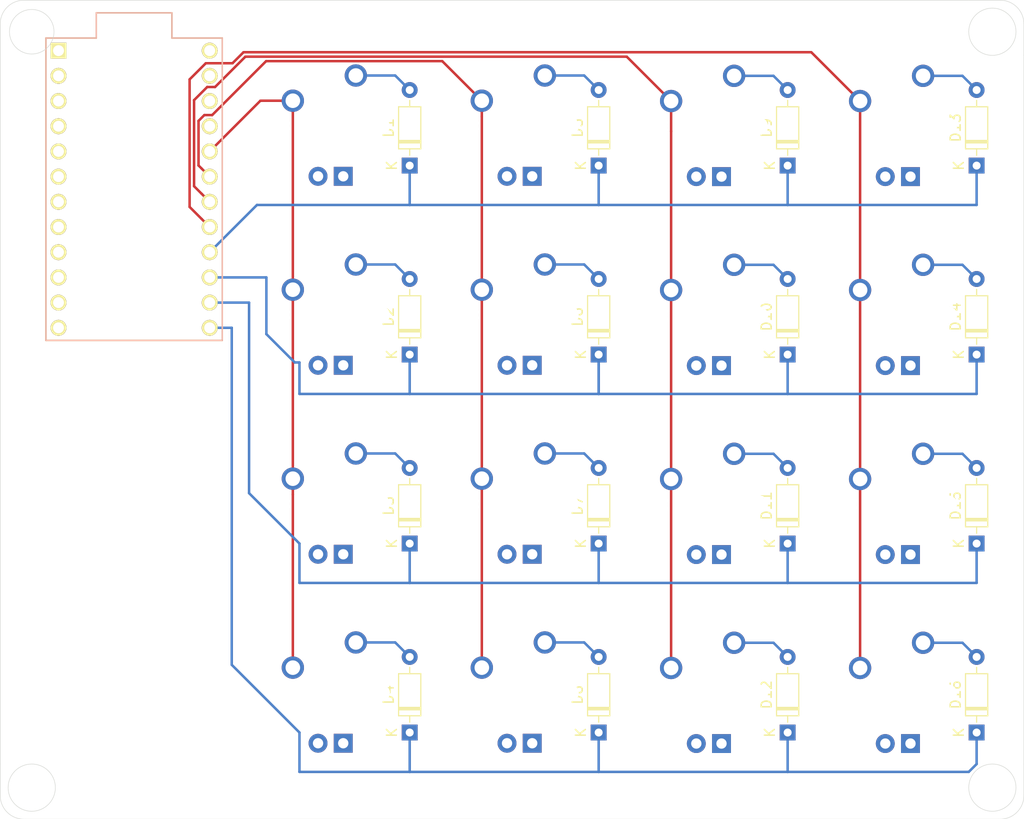
<source format=kicad_pcb>
(kicad_pcb (version 20171130) (host pcbnew "(5.1.4)-1")

  (general
    (thickness 1.6)
    (drawings 18)
    (tracks 123)
    (zones 0)
    (modules 33)
    (nets 41)
  )

  (page A4)
  (layers
    (0 F.Cu signal)
    (31 B.Cu signal)
    (32 B.Adhes user)
    (33 F.Adhes user)
    (34 B.Paste user)
    (35 F.Paste user)
    (36 B.SilkS user)
    (37 F.SilkS user)
    (38 B.Mask user)
    (39 F.Mask user hide)
    (40 Dwgs.User user)
    (41 Cmts.User user)
    (42 Eco1.User user)
    (43 Eco2.User user)
    (44 Edge.Cuts user)
    (45 Margin user)
    (46 B.CrtYd user)
    (47 F.CrtYd user)
    (48 B.Fab user)
    (49 F.Fab user)
  )

  (setup
    (last_trace_width 0.25)
    (trace_clearance 0.2)
    (zone_clearance 0.508)
    (zone_45_only no)
    (trace_min 0.2)
    (via_size 0.8)
    (via_drill 0.4)
    (via_min_size 0.4)
    (via_min_drill 0.3)
    (uvia_size 0.3)
    (uvia_drill 0.1)
    (uvias_allowed no)
    (uvia_min_size 0.2)
    (uvia_min_drill 0.1)
    (edge_width 0.05)
    (segment_width 0.2)
    (pcb_text_width 0.3)
    (pcb_text_size 1.5 1.5)
    (mod_edge_width 0.12)
    (mod_text_size 1 1)
    (mod_text_width 0.15)
    (pad_size 1.524 1.524)
    (pad_drill 0.762)
    (pad_to_mask_clearance 0.051)
    (solder_mask_min_width 0.25)
    (aux_axis_origin 0 0)
    (visible_elements FFFFF77F)
    (pcbplotparams
      (layerselection 0x010fc_ffffffff)
      (usegerberextensions true)
      (usegerberattributes false)
      (usegerberadvancedattributes false)
      (creategerberjobfile false)
      (excludeedgelayer true)
      (linewidth 0.100000)
      (plotframeref false)
      (viasonmask false)
      (mode 1)
      (useauxorigin true)
      (hpglpennumber 1)
      (hpglpenspeed 20)
      (hpglpendiameter 15.000000)
      (psnegative false)
      (psa4output false)
      (plotreference true)
      (plotvalue true)
      (plotinvisibletext false)
      (padsonsilk false)
      (subtractmaskfromsilk true)
      (outputformat 1)
      (mirror false)
      (drillshape 0)
      (scaleselection 1)
      (outputdirectory "gerbers/"))
  )

  (net 0 "")
  (net 1 "Net-(D1-Pad2)")
  (net 2 row0)
  (net 3 "Net-(D2-Pad2)")
  (net 4 row1)
  (net 5 "Net-(D3-Pad2)")
  (net 6 row2)
  (net 7 "Net-(D4-Pad2)")
  (net 8 row3)
  (net 9 "Net-(D5-Pad2)")
  (net 10 "Net-(D6-Pad2)")
  (net 11 "Net-(D7-Pad2)")
  (net 12 "Net-(D8-Pad2)")
  (net 13 "Net-(D9-Pad2)")
  (net 14 "Net-(D10-Pad2)")
  (net 15 "Net-(D11-Pad2)")
  (net 16 "Net-(D12-Pad2)")
  (net 17 "Net-(D13-Pad2)")
  (net 18 "Net-(D14-Pad2)")
  (net 19 "Net-(D15-Pad2)")
  (net 20 "Net-(D16-Pad2)")
  (net 21 col0)
  (net 22 col1)
  (net 23 col2)
  (net 24 col3)
  (net 25 "Net-(U1-Pad24)")
  (net 26 "Net-(U1-Pad23)")
  (net 27 "Net-(U1-Pad22)")
  (net 28 "Net-(U1-Pad21)")
  (net 29 "Net-(U1-Pad12)")
  (net 30 "Net-(U1-Pad11)")
  (net 31 "Net-(U1-Pad10)")
  (net 32 "Net-(U1-Pad9)")
  (net 33 "Net-(U1-Pad8)")
  (net 34 "Net-(U1-Pad7)")
  (net 35 "Net-(U1-Pad6)")
  (net 36 "Net-(U1-Pad5)")
  (net 37 "Net-(U1-Pad4)")
  (net 38 "Net-(U1-Pad3)")
  (net 39 "Net-(U1-Pad2)")
  (net 40 "Net-(U1-Pad1)")

  (net_class Default "To jest domyślna klasa połączeń."
    (clearance 0.2)
    (trace_width 0.25)
    (via_dia 0.8)
    (via_drill 0.4)
    (uvia_dia 0.3)
    (uvia_drill 0.1)
    (add_net "Net-(D1-Pad2)")
    (add_net "Net-(D10-Pad2)")
    (add_net "Net-(D11-Pad2)")
    (add_net "Net-(D12-Pad2)")
    (add_net "Net-(D13-Pad2)")
    (add_net "Net-(D14-Pad2)")
    (add_net "Net-(D15-Pad2)")
    (add_net "Net-(D16-Pad2)")
    (add_net "Net-(D2-Pad2)")
    (add_net "Net-(D3-Pad2)")
    (add_net "Net-(D4-Pad2)")
    (add_net "Net-(D5-Pad2)")
    (add_net "Net-(D6-Pad2)")
    (add_net "Net-(D7-Pad2)")
    (add_net "Net-(D8-Pad2)")
    (add_net "Net-(D9-Pad2)")
    (add_net "Net-(U1-Pad1)")
    (add_net "Net-(U1-Pad10)")
    (add_net "Net-(U1-Pad11)")
    (add_net "Net-(U1-Pad12)")
    (add_net "Net-(U1-Pad2)")
    (add_net "Net-(U1-Pad21)")
    (add_net "Net-(U1-Pad22)")
    (add_net "Net-(U1-Pad23)")
    (add_net "Net-(U1-Pad24)")
    (add_net "Net-(U1-Pad3)")
    (add_net "Net-(U1-Pad4)")
    (add_net "Net-(U1-Pad5)")
    (add_net "Net-(U1-Pad6)")
    (add_net "Net-(U1-Pad7)")
    (add_net "Net-(U1-Pad8)")
    (add_net "Net-(U1-Pad9)")
    (add_net col0)
    (add_net col1)
    (add_net col2)
    (add_net col3)
    (add_net row0)
    (add_net row1)
    (add_net row2)
    (add_net row3)
  )

  (net_class power ""
    (clearance 0.2)
    (trace_width 0.25)
    (via_dia 0.8)
    (via_drill 0.4)
    (uvia_dia 0.3)
    (uvia_drill 0.1)
  )

  (module MX_Only:MXOnly-1U (layer F.Cu) (tedit 5AC9901D) (tstamp 606644D4)
    (at 193.675 85.725)
    (path /606A39FB)
    (fp_text reference MX13 (at 0 3.175) (layer Dwgs.User)
      (effects (font (size 1 1) (thickness 0.15)))
    )
    (fp_text value MX-NoLED (at 0 -7.9375) (layer Dwgs.User)
      (effects (font (size 1 1) (thickness 0.15)))
    )
    (fp_line (start -9.525 9.525) (end -9.525 -9.525) (layer Dwgs.User) (width 0.15))
    (fp_line (start 9.525 9.525) (end -9.525 9.525) (layer Dwgs.User) (width 0.15))
    (fp_line (start 9.525 -9.525) (end 9.525 9.525) (layer Dwgs.User) (width 0.15))
    (fp_line (start -9.525 -9.525) (end 9.525 -9.525) (layer Dwgs.User) (width 0.15))
    (fp_line (start -7 -7) (end -7 -5) (layer Dwgs.User) (width 0.15))
    (fp_line (start -5 -7) (end -7 -7) (layer Dwgs.User) (width 0.15))
    (fp_line (start -7 7) (end -5 7) (layer Dwgs.User) (width 0.15))
    (fp_line (start -7 5) (end -7 7) (layer Dwgs.User) (width 0.15))
    (fp_line (start 7 7) (end 7 5) (layer Dwgs.User) (width 0.15))
    (fp_line (start 5 7) (end 7 7) (layer Dwgs.User) (width 0.15))
    (fp_line (start 7 -7) (end 7 -5) (layer Dwgs.User) (width 0.15))
    (fp_line (start 5 -7) (end 7 -7) (layer Dwgs.User) (width 0.15))
    (pad "" np_thru_hole circle (at 5.08 0 48.0996) (size 1.75 1.75) (drill 1.75) (layers *.Cu *.Mask))
    (pad "" np_thru_hole circle (at -5.08 0 48.0996) (size 1.75 1.75) (drill 1.75) (layers *.Cu *.Mask))
    (pad 4 thru_hole rect (at 1.27 5.08) (size 1.905 1.905) (drill 1.04) (layers *.Cu B.Mask))
    (pad 3 thru_hole circle (at -1.27 5.08) (size 1.905 1.905) (drill 1.04) (layers *.Cu B.Mask))
    (pad 1 thru_hole circle (at -3.81 -2.54) (size 2.25 2.25) (drill 1.47) (layers *.Cu B.Mask)
      (net 24 col3))
    (pad "" np_thru_hole circle (at 0 0) (size 3.9878 3.9878) (drill 3.9878) (layers *.Cu *.Mask))
    (pad 2 thru_hole circle (at 2.54 -5.08) (size 2.25 2.25) (drill 1.47) (layers *.Cu B.Mask)
      (net 17 "Net-(D13-Pad2)"))
  )

  (module MX_Only:MXOnly-1U (layer F.Cu) (tedit 5AC9901D) (tstamp 60664519)
    (at 193.675 142.875)
    (path /606BDA5A)
    (fp_text reference MX16 (at 0 3.175) (layer Dwgs.User)
      (effects (font (size 1 1) (thickness 0.15)))
    )
    (fp_text value MX-NoLED (at 0 -7.9375) (layer Dwgs.User)
      (effects (font (size 1 1) (thickness 0.15)))
    )
    (fp_line (start -9.525 9.525) (end -9.525 -9.525) (layer Dwgs.User) (width 0.15))
    (fp_line (start 9.525 9.525) (end -9.525 9.525) (layer Dwgs.User) (width 0.15))
    (fp_line (start 9.525 -9.525) (end 9.525 9.525) (layer Dwgs.User) (width 0.15))
    (fp_line (start -9.525 -9.525) (end 9.525 -9.525) (layer Dwgs.User) (width 0.15))
    (fp_line (start -7 -7) (end -7 -5) (layer Dwgs.User) (width 0.15))
    (fp_line (start -5 -7) (end -7 -7) (layer Dwgs.User) (width 0.15))
    (fp_line (start -7 7) (end -5 7) (layer Dwgs.User) (width 0.15))
    (fp_line (start -7 5) (end -7 7) (layer Dwgs.User) (width 0.15))
    (fp_line (start 7 7) (end 7 5) (layer Dwgs.User) (width 0.15))
    (fp_line (start 5 7) (end 7 7) (layer Dwgs.User) (width 0.15))
    (fp_line (start 7 -7) (end 7 -5) (layer Dwgs.User) (width 0.15))
    (fp_line (start 5 -7) (end 7 -7) (layer Dwgs.User) (width 0.15))
    (pad "" np_thru_hole circle (at 5.08 0 48.0996) (size 1.75 1.75) (drill 1.75) (layers *.Cu *.Mask))
    (pad "" np_thru_hole circle (at -5.08 0 48.0996) (size 1.75 1.75) (drill 1.75) (layers *.Cu *.Mask))
    (pad 4 thru_hole rect (at 1.27 5.08) (size 1.905 1.905) (drill 1.04) (layers *.Cu B.Mask))
    (pad 3 thru_hole circle (at -1.27 5.08) (size 1.905 1.905) (drill 1.04) (layers *.Cu B.Mask))
    (pad 1 thru_hole circle (at -3.81 -2.54) (size 2.25 2.25) (drill 1.47) (layers *.Cu B.Mask)
      (net 24 col3))
    (pad "" np_thru_hole circle (at 0 0) (size 3.9878 3.9878) (drill 3.9878) (layers *.Cu *.Mask))
    (pad 2 thru_hole circle (at 2.54 -5.08) (size 2.25 2.25) (drill 1.47) (layers *.Cu B.Mask)
      (net 20 "Net-(D16-Pad2)"))
  )

  (module MX_Only:MXOnly-1U (layer F.Cu) (tedit 5AC9901D) (tstamp 6066B31B)
    (at 136.49325 85.69325)
    (path /6066B61C)
    (fp_text reference MX1 (at 0 3.175) (layer Dwgs.User)
      (effects (font (size 1 1) (thickness 0.15)))
    )
    (fp_text value MX-NoLED (at 0 -7.9375) (layer Dwgs.User)
      (effects (font (size 1 1) (thickness 0.15)))
    )
    (fp_line (start -9.525 9.525) (end -9.525 -9.525) (layer Dwgs.User) (width 0.15))
    (fp_line (start 9.525 9.525) (end -9.525 9.525) (layer Dwgs.User) (width 0.15))
    (fp_line (start 9.525 -9.525) (end 9.525 9.525) (layer Dwgs.User) (width 0.15))
    (fp_line (start -9.525 -9.525) (end 9.525 -9.525) (layer Dwgs.User) (width 0.15))
    (fp_line (start -7 -7) (end -7 -5) (layer Dwgs.User) (width 0.15))
    (fp_line (start -5 -7) (end -7 -7) (layer Dwgs.User) (width 0.15))
    (fp_line (start -7 7) (end -5 7) (layer Dwgs.User) (width 0.15))
    (fp_line (start -7 5) (end -7 7) (layer Dwgs.User) (width 0.15))
    (fp_line (start 7 7) (end 7 5) (layer Dwgs.User) (width 0.15))
    (fp_line (start 5 7) (end 7 7) (layer Dwgs.User) (width 0.15))
    (fp_line (start 7 -7) (end 7 -5) (layer Dwgs.User) (width 0.15))
    (fp_line (start 5 -7) (end 7 -7) (layer Dwgs.User) (width 0.15))
    (pad "" np_thru_hole circle (at 5.08 0 48.0996) (size 1.75 1.75) (drill 1.75) (layers *.Cu *.Mask))
    (pad "" np_thru_hole circle (at -5.08 0 48.0996) (size 1.75 1.75) (drill 1.75) (layers *.Cu *.Mask))
    (pad 4 thru_hole rect (at 1.27 5.08) (size 1.905 1.905) (drill 1.04) (layers *.Cu B.Mask))
    (pad 3 thru_hole circle (at -1.27 5.08) (size 1.905 1.905) (drill 1.04) (layers *.Cu B.Mask))
    (pad 1 thru_hole circle (at -3.81 -2.54) (size 2.25 2.25) (drill 1.47) (layers *.Cu B.Mask)
      (net 21 col0))
    (pad "" np_thru_hole circle (at 0 0) (size 3.9878 3.9878) (drill 3.9878) (layers *.Cu *.Mask))
    (pad 2 thru_hole circle (at 2.54 -5.08) (size 2.25 2.25) (drill 1.47) (layers *.Cu B.Mask)
      (net 1 "Net-(D1-Pad2)"))
  )

  (module MX_Only:MXOnly-1U (layer F.Cu) (tedit 5AC9901D) (tstamp 606644EB)
    (at 193.675 104.775)
    (path /606A9D91)
    (fp_text reference MX14 (at 0 3.175) (layer Dwgs.User)
      (effects (font (size 1 1) (thickness 0.15)))
    )
    (fp_text value MX-NoLED (at 0 -7.9375) (layer Dwgs.User)
      (effects (font (size 1 1) (thickness 0.15)))
    )
    (fp_line (start -9.525 9.525) (end -9.525 -9.525) (layer Dwgs.User) (width 0.15))
    (fp_line (start 9.525 9.525) (end -9.525 9.525) (layer Dwgs.User) (width 0.15))
    (fp_line (start 9.525 -9.525) (end 9.525 9.525) (layer Dwgs.User) (width 0.15))
    (fp_line (start -9.525 -9.525) (end 9.525 -9.525) (layer Dwgs.User) (width 0.15))
    (fp_line (start -7 -7) (end -7 -5) (layer Dwgs.User) (width 0.15))
    (fp_line (start -5 -7) (end -7 -7) (layer Dwgs.User) (width 0.15))
    (fp_line (start -7 7) (end -5 7) (layer Dwgs.User) (width 0.15))
    (fp_line (start -7 5) (end -7 7) (layer Dwgs.User) (width 0.15))
    (fp_line (start 7 7) (end 7 5) (layer Dwgs.User) (width 0.15))
    (fp_line (start 5 7) (end 7 7) (layer Dwgs.User) (width 0.15))
    (fp_line (start 7 -7) (end 7 -5) (layer Dwgs.User) (width 0.15))
    (fp_line (start 5 -7) (end 7 -7) (layer Dwgs.User) (width 0.15))
    (pad "" np_thru_hole circle (at 5.08 0 48.0996) (size 1.75 1.75) (drill 1.75) (layers *.Cu *.Mask))
    (pad "" np_thru_hole circle (at -5.08 0 48.0996) (size 1.75 1.75) (drill 1.75) (layers *.Cu *.Mask))
    (pad 4 thru_hole rect (at 1.27 5.08) (size 1.905 1.905) (drill 1.04) (layers *.Cu B.Mask))
    (pad 3 thru_hole circle (at -1.27 5.08) (size 1.905 1.905) (drill 1.04) (layers *.Cu B.Mask))
    (pad 1 thru_hole circle (at -3.81 -2.54) (size 2.25 2.25) (drill 1.47) (layers *.Cu B.Mask)
      (net 24 col3))
    (pad "" np_thru_hole circle (at 0 0) (size 3.9878 3.9878) (drill 3.9878) (layers *.Cu *.Mask))
    (pad 2 thru_hole circle (at 2.54 -5.08) (size 2.25 2.25) (drill 1.47) (layers *.Cu B.Mask)
      (net 18 "Net-(D14-Pad2)"))
  )

  (module promicro:ProMicro (layer F.Cu) (tedit 5A06A962) (tstamp 6066BC21)
    (at 116.68125 92.075 270)
    (descr "Pro Micro footprint")
    (tags "promicro ProMicro")
    (path /606F8117)
    (fp_text reference U1 (at 0 -10.16 90) (layer F.SilkS) hide
      (effects (font (size 1 1) (thickness 0.15)))
    )
    (fp_text value ProMicro (at 0 10.16 90) (layer F.Fab)
      (effects (font (size 1 1) (thickness 0.15)))
    )
    (fp_line (start 15.24 -8.89) (end 15.24 8.89) (layer F.SilkS) (width 0.15))
    (fp_line (start -15.24 -8.89) (end 15.24 -8.89) (layer F.SilkS) (width 0.15))
    (fp_line (start -15.24 -3.81) (end -15.24 -8.89) (layer F.SilkS) (width 0.15))
    (fp_line (start -17.78 -3.81) (end -15.24 -3.81) (layer F.SilkS) (width 0.15))
    (fp_line (start -17.78 3.81) (end -17.78 -3.81) (layer F.SilkS) (width 0.15))
    (fp_line (start -15.24 3.81) (end -17.78 3.81) (layer F.SilkS) (width 0.15))
    (fp_line (start -15.24 8.89) (end -15.24 3.81) (layer F.SilkS) (width 0.15))
    (fp_line (start -15.24 8.89) (end 15.24 8.89) (layer F.SilkS) (width 0.15))
    (fp_line (start -15.24 -8.89) (end 15.24 -8.89) (layer B.SilkS) (width 0.15))
    (fp_line (start -15.24 -3.81) (end -15.24 -8.89) (layer B.SilkS) (width 0.15))
    (fp_line (start -17.78 -3.81) (end -15.24 -3.81) (layer B.SilkS) (width 0.15))
    (fp_line (start -17.78 3.81) (end -17.78 -3.81) (layer B.SilkS) (width 0.15))
    (fp_line (start -15.24 3.81) (end -17.78 3.81) (layer B.SilkS) (width 0.15))
    (fp_line (start -15.24 8.89) (end -15.24 3.81) (layer B.SilkS) (width 0.15))
    (fp_line (start 15.24 8.89) (end -15.24 8.89) (layer B.SilkS) (width 0.15))
    (fp_line (start 15.24 -8.89) (end 15.24 8.89) (layer B.SilkS) (width 0.15))
    (pad 24 thru_hole circle (at -13.97 -7.62 270) (size 1.6 1.6) (drill 1.1) (layers *.Cu *.Mask F.SilkS)
      (net 25 "Net-(U1-Pad24)"))
    (pad 23 thru_hole circle (at -11.43 -7.62 270) (size 1.6 1.6) (drill 1.1) (layers *.Cu *.Mask F.SilkS)
      (net 26 "Net-(U1-Pad23)"))
    (pad 22 thru_hole circle (at -8.89 -7.62 270) (size 1.6 1.6) (drill 1.1) (layers *.Cu *.Mask F.SilkS)
      (net 27 "Net-(U1-Pad22)"))
    (pad 21 thru_hole circle (at -6.35 -7.62 270) (size 1.6 1.6) (drill 1.1) (layers *.Cu *.Mask F.SilkS)
      (net 28 "Net-(U1-Pad21)"))
    (pad 20 thru_hole circle (at -3.81 -7.62 270) (size 1.6 1.6) (drill 1.1) (layers *.Cu *.Mask F.SilkS)
      (net 21 col0))
    (pad 19 thru_hole circle (at -1.27 -7.62 270) (size 1.6 1.6) (drill 1.1) (layers *.Cu *.Mask F.SilkS)
      (net 22 col1))
    (pad 18 thru_hole circle (at 1.27 -7.62 270) (size 1.6 1.6) (drill 1.1) (layers *.Cu *.Mask F.SilkS)
      (net 23 col2))
    (pad 17 thru_hole circle (at 3.81 -7.62 270) (size 1.6 1.6) (drill 1.1) (layers *.Cu *.Mask F.SilkS)
      (net 24 col3))
    (pad 16 thru_hole circle (at 6.35 -7.62 270) (size 1.6 1.6) (drill 1.1) (layers *.Cu *.Mask F.SilkS)
      (net 2 row0))
    (pad 15 thru_hole circle (at 8.89 -7.62 270) (size 1.6 1.6) (drill 1.1) (layers *.Cu *.Mask F.SilkS)
      (net 4 row1))
    (pad 14 thru_hole circle (at 11.43 -7.62 270) (size 1.6 1.6) (drill 1.1) (layers *.Cu *.Mask F.SilkS)
      (net 6 row2))
    (pad 13 thru_hole circle (at 13.97 -7.62 270) (size 1.6 1.6) (drill 1.1) (layers *.Cu *.Mask F.SilkS)
      (net 8 row3))
    (pad 12 thru_hole circle (at 13.97 7.62 270) (size 1.6 1.6) (drill 1.1) (layers *.Cu *.Mask F.SilkS)
      (net 29 "Net-(U1-Pad12)"))
    (pad 11 thru_hole circle (at 11.43 7.62 270) (size 1.6 1.6) (drill 1.1) (layers *.Cu *.Mask F.SilkS)
      (net 30 "Net-(U1-Pad11)"))
    (pad 10 thru_hole circle (at 8.89 7.62 270) (size 1.6 1.6) (drill 1.1) (layers *.Cu *.Mask F.SilkS)
      (net 31 "Net-(U1-Pad10)"))
    (pad 9 thru_hole circle (at 6.35 7.62 270) (size 1.6 1.6) (drill 1.1) (layers *.Cu *.Mask F.SilkS)
      (net 32 "Net-(U1-Pad9)"))
    (pad 8 thru_hole circle (at 3.81 7.62 270) (size 1.6 1.6) (drill 1.1) (layers *.Cu *.Mask F.SilkS)
      (net 33 "Net-(U1-Pad8)"))
    (pad 7 thru_hole circle (at 1.27 7.62 270) (size 1.6 1.6) (drill 1.1) (layers *.Cu *.Mask F.SilkS)
      (net 34 "Net-(U1-Pad7)"))
    (pad 6 thru_hole circle (at -1.27 7.62 270) (size 1.6 1.6) (drill 1.1) (layers *.Cu *.Mask F.SilkS)
      (net 35 "Net-(U1-Pad6)"))
    (pad 5 thru_hole circle (at -3.81 7.62 270) (size 1.6 1.6) (drill 1.1) (layers *.Cu *.Mask F.SilkS)
      (net 36 "Net-(U1-Pad5)"))
    (pad 4 thru_hole circle (at -6.35 7.62 270) (size 1.6 1.6) (drill 1.1) (layers *.Cu *.Mask F.SilkS)
      (net 37 "Net-(U1-Pad4)"))
    (pad 3 thru_hole circle (at -8.89 7.62 270) (size 1.6 1.6) (drill 1.1) (layers *.Cu *.Mask F.SilkS)
      (net 38 "Net-(U1-Pad3)"))
    (pad 2 thru_hole circle (at -11.43 7.62 270) (size 1.6 1.6) (drill 1.1) (layers *.Cu *.Mask F.SilkS)
      (net 39 "Net-(U1-Pad2)"))
    (pad 1 thru_hole rect (at -13.97 7.62 270) (size 1.6 1.6) (drill 1.1) (layers *.Cu *.Mask F.SilkS)
      (net 40 "Net-(U1-Pad1)"))
  )

  (module MX_Only:MXOnly-1U (layer F.Cu) (tedit 5AC9901D) (tstamp 60664502)
    (at 193.675 123.825)
    (path /606B0972)
    (fp_text reference MX15 (at 0 3.175) (layer Dwgs.User)
      (effects (font (size 1 1) (thickness 0.15)))
    )
    (fp_text value MX-NoLED (at 0 -7.9375) (layer Dwgs.User)
      (effects (font (size 1 1) (thickness 0.15)))
    )
    (fp_line (start -9.525 9.525) (end -9.525 -9.525) (layer Dwgs.User) (width 0.15))
    (fp_line (start 9.525 9.525) (end -9.525 9.525) (layer Dwgs.User) (width 0.15))
    (fp_line (start 9.525 -9.525) (end 9.525 9.525) (layer Dwgs.User) (width 0.15))
    (fp_line (start -9.525 -9.525) (end 9.525 -9.525) (layer Dwgs.User) (width 0.15))
    (fp_line (start -7 -7) (end -7 -5) (layer Dwgs.User) (width 0.15))
    (fp_line (start -5 -7) (end -7 -7) (layer Dwgs.User) (width 0.15))
    (fp_line (start -7 7) (end -5 7) (layer Dwgs.User) (width 0.15))
    (fp_line (start -7 5) (end -7 7) (layer Dwgs.User) (width 0.15))
    (fp_line (start 7 7) (end 7 5) (layer Dwgs.User) (width 0.15))
    (fp_line (start 5 7) (end 7 7) (layer Dwgs.User) (width 0.15))
    (fp_line (start 7 -7) (end 7 -5) (layer Dwgs.User) (width 0.15))
    (fp_line (start 5 -7) (end 7 -7) (layer Dwgs.User) (width 0.15))
    (pad "" np_thru_hole circle (at 5.08 0 48.0996) (size 1.75 1.75) (drill 1.75) (layers *.Cu *.Mask))
    (pad "" np_thru_hole circle (at -5.08 0 48.0996) (size 1.75 1.75) (drill 1.75) (layers *.Cu *.Mask))
    (pad 4 thru_hole rect (at 1.27 5.08) (size 1.905 1.905) (drill 1.04) (layers *.Cu B.Mask))
    (pad 3 thru_hole circle (at -1.27 5.08) (size 1.905 1.905) (drill 1.04) (layers *.Cu B.Mask))
    (pad 1 thru_hole circle (at -3.81 -2.54) (size 2.25 2.25) (drill 1.47) (layers *.Cu B.Mask)
      (net 24 col3))
    (pad "" np_thru_hole circle (at 0 0) (size 3.9878 3.9878) (drill 3.9878) (layers *.Cu *.Mask))
    (pad 2 thru_hole circle (at 2.54 -5.08) (size 2.25 2.25) (drill 1.47) (layers *.Cu B.Mask)
      (net 19 "Net-(D15-Pad2)"))
  )

  (module MX_Only:MXOnly-1U (layer F.Cu) (tedit 5AC9901D) (tstamp 60669E1F)
    (at 174.625 142.875)
    (path /606BB9EA)
    (fp_text reference MX12 (at 0 3.175) (layer Dwgs.User)
      (effects (font (size 1 1) (thickness 0.15)))
    )
    (fp_text value MX-NoLED (at 0 -7.9375) (layer Dwgs.User)
      (effects (font (size 1 1) (thickness 0.15)))
    )
    (fp_line (start -9.525 9.525) (end -9.525 -9.525) (layer Dwgs.User) (width 0.15))
    (fp_line (start 9.525 9.525) (end -9.525 9.525) (layer Dwgs.User) (width 0.15))
    (fp_line (start 9.525 -9.525) (end 9.525 9.525) (layer Dwgs.User) (width 0.15))
    (fp_line (start -9.525 -9.525) (end 9.525 -9.525) (layer Dwgs.User) (width 0.15))
    (fp_line (start -7 -7) (end -7 -5) (layer Dwgs.User) (width 0.15))
    (fp_line (start -5 -7) (end -7 -7) (layer Dwgs.User) (width 0.15))
    (fp_line (start -7 7) (end -5 7) (layer Dwgs.User) (width 0.15))
    (fp_line (start -7 5) (end -7 7) (layer Dwgs.User) (width 0.15))
    (fp_line (start 7 7) (end 7 5) (layer Dwgs.User) (width 0.15))
    (fp_line (start 5 7) (end 7 7) (layer Dwgs.User) (width 0.15))
    (fp_line (start 7 -7) (end 7 -5) (layer Dwgs.User) (width 0.15))
    (fp_line (start 5 -7) (end 7 -7) (layer Dwgs.User) (width 0.15))
    (pad "" np_thru_hole circle (at 5.08 0 48.0996) (size 1.75 1.75) (drill 1.75) (layers *.Cu *.Mask))
    (pad "" np_thru_hole circle (at -5.08 0 48.0996) (size 1.75 1.75) (drill 1.75) (layers *.Cu *.Mask))
    (pad 4 thru_hole rect (at 1.27 5.08) (size 1.905 1.905) (drill 1.04) (layers *.Cu B.Mask))
    (pad 3 thru_hole circle (at -1.27 5.08) (size 1.905 1.905) (drill 1.04) (layers *.Cu B.Mask))
    (pad 1 thru_hole circle (at -3.81 -2.54) (size 2.25 2.25) (drill 1.47) (layers *.Cu B.Mask)
      (net 23 col2))
    (pad "" np_thru_hole circle (at 0 0) (size 3.9878 3.9878) (drill 3.9878) (layers *.Cu *.Mask))
    (pad 2 thru_hole circle (at 2.54 -5.08) (size 2.25 2.25) (drill 1.47) (layers *.Cu B.Mask)
      (net 16 "Net-(D12-Pad2)"))
  )

  (module MX_Only:MXOnly-1U (layer F.Cu) (tedit 5AC9901D) (tstamp 60669D9A)
    (at 174.625 123.825)
    (path /606B21C8)
    (fp_text reference MX11 (at 0 3.175) (layer Dwgs.User)
      (effects (font (size 1 1) (thickness 0.15)))
    )
    (fp_text value MX-NoLED (at 0 -7.9375) (layer Dwgs.User)
      (effects (font (size 1 1) (thickness 0.15)))
    )
    (fp_line (start -9.525 9.525) (end -9.525 -9.525) (layer Dwgs.User) (width 0.15))
    (fp_line (start 9.525 9.525) (end -9.525 9.525) (layer Dwgs.User) (width 0.15))
    (fp_line (start 9.525 -9.525) (end 9.525 9.525) (layer Dwgs.User) (width 0.15))
    (fp_line (start -9.525 -9.525) (end 9.525 -9.525) (layer Dwgs.User) (width 0.15))
    (fp_line (start -7 -7) (end -7 -5) (layer Dwgs.User) (width 0.15))
    (fp_line (start -5 -7) (end -7 -7) (layer Dwgs.User) (width 0.15))
    (fp_line (start -7 7) (end -5 7) (layer Dwgs.User) (width 0.15))
    (fp_line (start -7 5) (end -7 7) (layer Dwgs.User) (width 0.15))
    (fp_line (start 7 7) (end 7 5) (layer Dwgs.User) (width 0.15))
    (fp_line (start 5 7) (end 7 7) (layer Dwgs.User) (width 0.15))
    (fp_line (start 7 -7) (end 7 -5) (layer Dwgs.User) (width 0.15))
    (fp_line (start 5 -7) (end 7 -7) (layer Dwgs.User) (width 0.15))
    (pad "" np_thru_hole circle (at 5.08 0 48.0996) (size 1.75 1.75) (drill 1.75) (layers *.Cu *.Mask))
    (pad "" np_thru_hole circle (at -5.08 0 48.0996) (size 1.75 1.75) (drill 1.75) (layers *.Cu *.Mask))
    (pad 4 thru_hole rect (at 1.27 5.08) (size 1.905 1.905) (drill 1.04) (layers *.Cu B.Mask))
    (pad 3 thru_hole circle (at -1.27 5.08) (size 1.905 1.905) (drill 1.04) (layers *.Cu B.Mask))
    (pad 1 thru_hole circle (at -3.81 -2.54) (size 2.25 2.25) (drill 1.47) (layers *.Cu B.Mask)
      (net 23 col2))
    (pad "" np_thru_hole circle (at 0 0) (size 3.9878 3.9878) (drill 3.9878) (layers *.Cu *.Mask))
    (pad 2 thru_hole circle (at 2.54 -5.08) (size 2.25 2.25) (drill 1.47) (layers *.Cu B.Mask)
      (net 15 "Net-(D11-Pad2)"))
  )

  (module MX_Only:MXOnly-1U (layer F.Cu) (tedit 5AC9901D) (tstamp 6066448F)
    (at 174.625 104.775)
    (path /606A857D)
    (fp_text reference MX10 (at 0 3.175) (layer Dwgs.User)
      (effects (font (size 1 1) (thickness 0.15)))
    )
    (fp_text value MX-NoLED (at 0 -7.9375) (layer Dwgs.User)
      (effects (font (size 1 1) (thickness 0.15)))
    )
    (fp_line (start -9.525 9.525) (end -9.525 -9.525) (layer Dwgs.User) (width 0.15))
    (fp_line (start 9.525 9.525) (end -9.525 9.525) (layer Dwgs.User) (width 0.15))
    (fp_line (start 9.525 -9.525) (end 9.525 9.525) (layer Dwgs.User) (width 0.15))
    (fp_line (start -9.525 -9.525) (end 9.525 -9.525) (layer Dwgs.User) (width 0.15))
    (fp_line (start -7 -7) (end -7 -5) (layer Dwgs.User) (width 0.15))
    (fp_line (start -5 -7) (end -7 -7) (layer Dwgs.User) (width 0.15))
    (fp_line (start -7 7) (end -5 7) (layer Dwgs.User) (width 0.15))
    (fp_line (start -7 5) (end -7 7) (layer Dwgs.User) (width 0.15))
    (fp_line (start 7 7) (end 7 5) (layer Dwgs.User) (width 0.15))
    (fp_line (start 5 7) (end 7 7) (layer Dwgs.User) (width 0.15))
    (fp_line (start 7 -7) (end 7 -5) (layer Dwgs.User) (width 0.15))
    (fp_line (start 5 -7) (end 7 -7) (layer Dwgs.User) (width 0.15))
    (pad "" np_thru_hole circle (at 5.08 0 48.0996) (size 1.75 1.75) (drill 1.75) (layers *.Cu *.Mask))
    (pad "" np_thru_hole circle (at -5.08 0 48.0996) (size 1.75 1.75) (drill 1.75) (layers *.Cu *.Mask))
    (pad 4 thru_hole rect (at 1.27 5.08) (size 1.905 1.905) (drill 1.04) (layers *.Cu B.Mask))
    (pad 3 thru_hole circle (at -1.27 5.08) (size 1.905 1.905) (drill 1.04) (layers *.Cu B.Mask))
    (pad 1 thru_hole circle (at -3.81 -2.54) (size 2.25 2.25) (drill 1.47) (layers *.Cu B.Mask)
      (net 23 col2))
    (pad "" np_thru_hole circle (at 0 0) (size 3.9878 3.9878) (drill 3.9878) (layers *.Cu *.Mask))
    (pad 2 thru_hole circle (at 2.54 -5.08) (size 2.25 2.25) (drill 1.47) (layers *.Cu B.Mask)
      (net 14 "Net-(D10-Pad2)"))
  )

  (module MX_Only:MXOnly-1U (layer F.Cu) (tedit 5AC9901D) (tstamp 60664478)
    (at 174.625 85.725)
    (path /606A2212)
    (fp_text reference MX9 (at 0 3.175) (layer Dwgs.User)
      (effects (font (size 1 1) (thickness 0.15)))
    )
    (fp_text value MX-NoLED (at 0 -7.9375) (layer Dwgs.User)
      (effects (font (size 1 1) (thickness 0.15)))
    )
    (fp_line (start -9.525 9.525) (end -9.525 -9.525) (layer Dwgs.User) (width 0.15))
    (fp_line (start 9.525 9.525) (end -9.525 9.525) (layer Dwgs.User) (width 0.15))
    (fp_line (start 9.525 -9.525) (end 9.525 9.525) (layer Dwgs.User) (width 0.15))
    (fp_line (start -9.525 -9.525) (end 9.525 -9.525) (layer Dwgs.User) (width 0.15))
    (fp_line (start -7 -7) (end -7 -5) (layer Dwgs.User) (width 0.15))
    (fp_line (start -5 -7) (end -7 -7) (layer Dwgs.User) (width 0.15))
    (fp_line (start -7 7) (end -5 7) (layer Dwgs.User) (width 0.15))
    (fp_line (start -7 5) (end -7 7) (layer Dwgs.User) (width 0.15))
    (fp_line (start 7 7) (end 7 5) (layer Dwgs.User) (width 0.15))
    (fp_line (start 5 7) (end 7 7) (layer Dwgs.User) (width 0.15))
    (fp_line (start 7 -7) (end 7 -5) (layer Dwgs.User) (width 0.15))
    (fp_line (start 5 -7) (end 7 -7) (layer Dwgs.User) (width 0.15))
    (pad "" np_thru_hole circle (at 5.08 0 48.0996) (size 1.75 1.75) (drill 1.75) (layers *.Cu *.Mask))
    (pad "" np_thru_hole circle (at -5.08 0 48.0996) (size 1.75 1.75) (drill 1.75) (layers *.Cu *.Mask))
    (pad 4 thru_hole rect (at 1.27 5.08) (size 1.905 1.905) (drill 1.04) (layers *.Cu B.Mask))
    (pad 3 thru_hole circle (at -1.27 5.08) (size 1.905 1.905) (drill 1.04) (layers *.Cu B.Mask))
    (pad 1 thru_hole circle (at -3.81 -2.54) (size 2.25 2.25) (drill 1.47) (layers *.Cu B.Mask)
      (net 23 col2))
    (pad "" np_thru_hole circle (at 0 0) (size 3.9878 3.9878) (drill 3.9878) (layers *.Cu *.Mask))
    (pad 2 thru_hole circle (at 2.54 -5.08) (size 2.25 2.25) (drill 1.47) (layers *.Cu B.Mask)
      (net 13 "Net-(D9-Pad2)"))
  )

  (module MX_Only:MXOnly-1U (layer F.Cu) (tedit 5AC9901D) (tstamp 60669B19)
    (at 155.54325 142.84325)
    (path /606B971A)
    (fp_text reference MX8 (at 0 3.175) (layer Dwgs.User)
      (effects (font (size 1 1) (thickness 0.15)))
    )
    (fp_text value MX-NoLED (at 0 -7.9375) (layer Dwgs.User)
      (effects (font (size 1 1) (thickness 0.15)))
    )
    (fp_line (start -9.525 9.525) (end -9.525 -9.525) (layer Dwgs.User) (width 0.15))
    (fp_line (start 9.525 9.525) (end -9.525 9.525) (layer Dwgs.User) (width 0.15))
    (fp_line (start 9.525 -9.525) (end 9.525 9.525) (layer Dwgs.User) (width 0.15))
    (fp_line (start -9.525 -9.525) (end 9.525 -9.525) (layer Dwgs.User) (width 0.15))
    (fp_line (start -7 -7) (end -7 -5) (layer Dwgs.User) (width 0.15))
    (fp_line (start -5 -7) (end -7 -7) (layer Dwgs.User) (width 0.15))
    (fp_line (start -7 7) (end -5 7) (layer Dwgs.User) (width 0.15))
    (fp_line (start -7 5) (end -7 7) (layer Dwgs.User) (width 0.15))
    (fp_line (start 7 7) (end 7 5) (layer Dwgs.User) (width 0.15))
    (fp_line (start 5 7) (end 7 7) (layer Dwgs.User) (width 0.15))
    (fp_line (start 7 -7) (end 7 -5) (layer Dwgs.User) (width 0.15))
    (fp_line (start 5 -7) (end 7 -7) (layer Dwgs.User) (width 0.15))
    (pad "" np_thru_hole circle (at 5.08 0 48.0996) (size 1.75 1.75) (drill 1.75) (layers *.Cu *.Mask))
    (pad "" np_thru_hole circle (at -5.08 0 48.0996) (size 1.75 1.75) (drill 1.75) (layers *.Cu *.Mask))
    (pad 4 thru_hole rect (at 1.27 5.08) (size 1.905 1.905) (drill 1.04) (layers *.Cu B.Mask))
    (pad 3 thru_hole circle (at -1.27 5.08) (size 1.905 1.905) (drill 1.04) (layers *.Cu B.Mask))
    (pad 1 thru_hole circle (at -3.81 -2.54) (size 2.25 2.25) (drill 1.47) (layers *.Cu B.Mask)
      (net 22 col1))
    (pad "" np_thru_hole circle (at 0 0) (size 3.9878 3.9878) (drill 3.9878) (layers *.Cu *.Mask))
    (pad 2 thru_hole circle (at 2.54 -5.08) (size 2.25 2.25) (drill 1.47) (layers *.Cu B.Mask)
      (net 12 "Net-(D8-Pad2)"))
  )

  (module MX_Only:MXOnly-1U (layer F.Cu) (tedit 5AC9901D) (tstamp 60669B9D)
    (at 155.54325 123.79325)
    (path /606B3CC8)
    (fp_text reference MX7 (at 0 3.175) (layer Dwgs.User)
      (effects (font (size 1 1) (thickness 0.15)))
    )
    (fp_text value MX-NoLED (at 0 -7.9375) (layer Dwgs.User)
      (effects (font (size 1 1) (thickness 0.15)))
    )
    (fp_line (start -9.525 9.525) (end -9.525 -9.525) (layer Dwgs.User) (width 0.15))
    (fp_line (start 9.525 9.525) (end -9.525 9.525) (layer Dwgs.User) (width 0.15))
    (fp_line (start 9.525 -9.525) (end 9.525 9.525) (layer Dwgs.User) (width 0.15))
    (fp_line (start -9.525 -9.525) (end 9.525 -9.525) (layer Dwgs.User) (width 0.15))
    (fp_line (start -7 -7) (end -7 -5) (layer Dwgs.User) (width 0.15))
    (fp_line (start -5 -7) (end -7 -7) (layer Dwgs.User) (width 0.15))
    (fp_line (start -7 7) (end -5 7) (layer Dwgs.User) (width 0.15))
    (fp_line (start -7 5) (end -7 7) (layer Dwgs.User) (width 0.15))
    (fp_line (start 7 7) (end 7 5) (layer Dwgs.User) (width 0.15))
    (fp_line (start 5 7) (end 7 7) (layer Dwgs.User) (width 0.15))
    (fp_line (start 7 -7) (end 7 -5) (layer Dwgs.User) (width 0.15))
    (fp_line (start 5 -7) (end 7 -7) (layer Dwgs.User) (width 0.15))
    (pad "" np_thru_hole circle (at 5.08 0 48.0996) (size 1.75 1.75) (drill 1.75) (layers *.Cu *.Mask))
    (pad "" np_thru_hole circle (at -5.08 0 48.0996) (size 1.75 1.75) (drill 1.75) (layers *.Cu *.Mask))
    (pad 4 thru_hole rect (at 1.27 5.08) (size 1.905 1.905) (drill 1.04) (layers *.Cu B.Mask))
    (pad 3 thru_hole circle (at -1.27 5.08) (size 1.905 1.905) (drill 1.04) (layers *.Cu B.Mask))
    (pad 1 thru_hole circle (at -3.81 -2.54) (size 2.25 2.25) (drill 1.47) (layers *.Cu B.Mask)
      (net 22 col1))
    (pad "" np_thru_hole circle (at 0 0) (size 3.9878 3.9878) (drill 3.9878) (layers *.Cu *.Mask))
    (pad 2 thru_hole circle (at 2.54 -5.08) (size 2.25 2.25) (drill 1.47) (layers *.Cu B.Mask)
      (net 11 "Net-(D7-Pad2)"))
  )

  (module MX_Only:MXOnly-1U (layer F.Cu) (tedit 5AC9901D) (tstamp 60669AD7)
    (at 155.54325 104.74325)
    (path /606A716F)
    (fp_text reference MX6 (at 0 3.175) (layer Dwgs.User)
      (effects (font (size 1 1) (thickness 0.15)))
    )
    (fp_text value MX-NoLED (at 0 -7.9375) (layer Dwgs.User)
      (effects (font (size 1 1) (thickness 0.15)))
    )
    (fp_line (start -9.525 9.525) (end -9.525 -9.525) (layer Dwgs.User) (width 0.15))
    (fp_line (start 9.525 9.525) (end -9.525 9.525) (layer Dwgs.User) (width 0.15))
    (fp_line (start 9.525 -9.525) (end 9.525 9.525) (layer Dwgs.User) (width 0.15))
    (fp_line (start -9.525 -9.525) (end 9.525 -9.525) (layer Dwgs.User) (width 0.15))
    (fp_line (start -7 -7) (end -7 -5) (layer Dwgs.User) (width 0.15))
    (fp_line (start -5 -7) (end -7 -7) (layer Dwgs.User) (width 0.15))
    (fp_line (start -7 7) (end -5 7) (layer Dwgs.User) (width 0.15))
    (fp_line (start -7 5) (end -7 7) (layer Dwgs.User) (width 0.15))
    (fp_line (start 7 7) (end 7 5) (layer Dwgs.User) (width 0.15))
    (fp_line (start 5 7) (end 7 7) (layer Dwgs.User) (width 0.15))
    (fp_line (start 7 -7) (end 7 -5) (layer Dwgs.User) (width 0.15))
    (fp_line (start 5 -7) (end 7 -7) (layer Dwgs.User) (width 0.15))
    (pad "" np_thru_hole circle (at 5.08 0 48.0996) (size 1.75 1.75) (drill 1.75) (layers *.Cu *.Mask))
    (pad "" np_thru_hole circle (at -5.08 0 48.0996) (size 1.75 1.75) (drill 1.75) (layers *.Cu *.Mask))
    (pad 4 thru_hole rect (at 1.27 5.08) (size 1.905 1.905) (drill 1.04) (layers *.Cu B.Mask))
    (pad 3 thru_hole circle (at -1.27 5.08) (size 1.905 1.905) (drill 1.04) (layers *.Cu B.Mask))
    (pad 1 thru_hole circle (at -3.81 -2.54) (size 2.25 2.25) (drill 1.47) (layers *.Cu B.Mask)
      (net 22 col1))
    (pad "" np_thru_hole circle (at 0 0) (size 3.9878 3.9878) (drill 3.9878) (layers *.Cu *.Mask))
    (pad 2 thru_hole circle (at 2.54 -5.08) (size 2.25 2.25) (drill 1.47) (layers *.Cu B.Mask)
      (net 10 "Net-(D6-Pad2)"))
  )

  (module MX_Only:MXOnly-1U (layer F.Cu) (tedit 5AC9901D) (tstamp 60669C63)
    (at 155.54325 85.69325)
    (path /606A0CD9)
    (fp_text reference MX5 (at 0 3.175) (layer Dwgs.User)
      (effects (font (size 1 1) (thickness 0.15)))
    )
    (fp_text value MX-NoLED (at 0 -7.9375) (layer Dwgs.User)
      (effects (font (size 1 1) (thickness 0.15)))
    )
    (fp_line (start -9.525 9.525) (end -9.525 -9.525) (layer Dwgs.User) (width 0.15))
    (fp_line (start 9.525 9.525) (end -9.525 9.525) (layer Dwgs.User) (width 0.15))
    (fp_line (start 9.525 -9.525) (end 9.525 9.525) (layer Dwgs.User) (width 0.15))
    (fp_line (start -9.525 -9.525) (end 9.525 -9.525) (layer Dwgs.User) (width 0.15))
    (fp_line (start -7 -7) (end -7 -5) (layer Dwgs.User) (width 0.15))
    (fp_line (start -5 -7) (end -7 -7) (layer Dwgs.User) (width 0.15))
    (fp_line (start -7 7) (end -5 7) (layer Dwgs.User) (width 0.15))
    (fp_line (start -7 5) (end -7 7) (layer Dwgs.User) (width 0.15))
    (fp_line (start 7 7) (end 7 5) (layer Dwgs.User) (width 0.15))
    (fp_line (start 5 7) (end 7 7) (layer Dwgs.User) (width 0.15))
    (fp_line (start 7 -7) (end 7 -5) (layer Dwgs.User) (width 0.15))
    (fp_line (start 5 -7) (end 7 -7) (layer Dwgs.User) (width 0.15))
    (pad "" np_thru_hole circle (at 5.08 0 48.0996) (size 1.75 1.75) (drill 1.75) (layers *.Cu *.Mask))
    (pad "" np_thru_hole circle (at -5.08 0 48.0996) (size 1.75 1.75) (drill 1.75) (layers *.Cu *.Mask))
    (pad 4 thru_hole rect (at 1.27 5.08) (size 1.905 1.905) (drill 1.04) (layers *.Cu B.Mask))
    (pad 3 thru_hole circle (at -1.27 5.08) (size 1.905 1.905) (drill 1.04) (layers *.Cu B.Mask))
    (pad 1 thru_hole circle (at -3.81 -2.54) (size 2.25 2.25) (drill 1.47) (layers *.Cu B.Mask)
      (net 22 col1))
    (pad "" np_thru_hole circle (at 0 0) (size 3.9878 3.9878) (drill 3.9878) (layers *.Cu *.Mask))
    (pad 2 thru_hole circle (at 2.54 -5.08) (size 2.25 2.25) (drill 1.47) (layers *.Cu B.Mask)
      (net 9 "Net-(D5-Pad2)"))
  )

  (module MX_Only:MXOnly-1U (layer F.Cu) (tedit 5AC9901D) (tstamp 60669BDF)
    (at 136.49325 142.84325)
    (path /606B78AA)
    (fp_text reference MX4 (at 0 3.175) (layer Dwgs.User)
      (effects (font (size 1 1) (thickness 0.15)))
    )
    (fp_text value MX-NoLED (at 0 -7.9375) (layer Dwgs.User)
      (effects (font (size 1 1) (thickness 0.15)))
    )
    (fp_line (start -9.525 9.525) (end -9.525 -9.525) (layer Dwgs.User) (width 0.15))
    (fp_line (start 9.525 9.525) (end -9.525 9.525) (layer Dwgs.User) (width 0.15))
    (fp_line (start 9.525 -9.525) (end 9.525 9.525) (layer Dwgs.User) (width 0.15))
    (fp_line (start -9.525 -9.525) (end 9.525 -9.525) (layer Dwgs.User) (width 0.15))
    (fp_line (start -7 -7) (end -7 -5) (layer Dwgs.User) (width 0.15))
    (fp_line (start -5 -7) (end -7 -7) (layer Dwgs.User) (width 0.15))
    (fp_line (start -7 7) (end -5 7) (layer Dwgs.User) (width 0.15))
    (fp_line (start -7 5) (end -7 7) (layer Dwgs.User) (width 0.15))
    (fp_line (start 7 7) (end 7 5) (layer Dwgs.User) (width 0.15))
    (fp_line (start 5 7) (end 7 7) (layer Dwgs.User) (width 0.15))
    (fp_line (start 7 -7) (end 7 -5) (layer Dwgs.User) (width 0.15))
    (fp_line (start 5 -7) (end 7 -7) (layer Dwgs.User) (width 0.15))
    (pad "" np_thru_hole circle (at 5.08 0 48.0996) (size 1.75 1.75) (drill 1.75) (layers *.Cu *.Mask))
    (pad "" np_thru_hole circle (at -5.08 0 48.0996) (size 1.75 1.75) (drill 1.75) (layers *.Cu *.Mask))
    (pad 4 thru_hole rect (at 1.27 5.08) (size 1.905 1.905) (drill 1.04) (layers *.Cu B.Mask))
    (pad 3 thru_hole circle (at -1.27 5.08) (size 1.905 1.905) (drill 1.04) (layers *.Cu B.Mask))
    (pad 1 thru_hole circle (at -3.81 -2.54) (size 2.25 2.25) (drill 1.47) (layers *.Cu B.Mask)
      (net 21 col0))
    (pad "" np_thru_hole circle (at 0 0) (size 3.9878 3.9878) (drill 3.9878) (layers *.Cu *.Mask))
    (pad 2 thru_hole circle (at 2.54 -5.08) (size 2.25 2.25) (drill 1.47) (layers *.Cu B.Mask)
      (net 7 "Net-(D4-Pad2)"))
  )

  (module MX_Only:MXOnly-1U (layer F.Cu) (tedit 5AC9901D) (tstamp 60669CA5)
    (at 136.49325 123.79325)
    (path /606B574E)
    (fp_text reference MX3 (at 0 3.175) (layer Dwgs.User)
      (effects (font (size 1 1) (thickness 0.15)))
    )
    (fp_text value MX-NoLED (at 0 -7.9375) (layer Dwgs.User)
      (effects (font (size 1 1) (thickness 0.15)))
    )
    (fp_line (start -9.525 9.525) (end -9.525 -9.525) (layer Dwgs.User) (width 0.15))
    (fp_line (start 9.525 9.525) (end -9.525 9.525) (layer Dwgs.User) (width 0.15))
    (fp_line (start 9.525 -9.525) (end 9.525 9.525) (layer Dwgs.User) (width 0.15))
    (fp_line (start -9.525 -9.525) (end 9.525 -9.525) (layer Dwgs.User) (width 0.15))
    (fp_line (start -7 -7) (end -7 -5) (layer Dwgs.User) (width 0.15))
    (fp_line (start -5 -7) (end -7 -7) (layer Dwgs.User) (width 0.15))
    (fp_line (start -7 7) (end -5 7) (layer Dwgs.User) (width 0.15))
    (fp_line (start -7 5) (end -7 7) (layer Dwgs.User) (width 0.15))
    (fp_line (start 7 7) (end 7 5) (layer Dwgs.User) (width 0.15))
    (fp_line (start 5 7) (end 7 7) (layer Dwgs.User) (width 0.15))
    (fp_line (start 7 -7) (end 7 -5) (layer Dwgs.User) (width 0.15))
    (fp_line (start 5 -7) (end 7 -7) (layer Dwgs.User) (width 0.15))
    (pad "" np_thru_hole circle (at 5.08 0 48.0996) (size 1.75 1.75) (drill 1.75) (layers *.Cu *.Mask))
    (pad "" np_thru_hole circle (at -5.08 0 48.0996) (size 1.75 1.75) (drill 1.75) (layers *.Cu *.Mask))
    (pad 4 thru_hole rect (at 1.27 5.08) (size 1.905 1.905) (drill 1.04) (layers *.Cu B.Mask))
    (pad 3 thru_hole circle (at -1.27 5.08) (size 1.905 1.905) (drill 1.04) (layers *.Cu B.Mask))
    (pad 1 thru_hole circle (at -3.81 -2.54) (size 2.25 2.25) (drill 1.47) (layers *.Cu B.Mask)
      (net 21 col0))
    (pad "" np_thru_hole circle (at 0 0) (size 3.9878 3.9878) (drill 3.9878) (layers *.Cu *.Mask))
    (pad 2 thru_hole circle (at 2.54 -5.08) (size 2.25 2.25) (drill 1.47) (layers *.Cu B.Mask)
      (net 5 "Net-(D3-Pad2)"))
  )

  (module MX_Only:MXOnly-1U (layer F.Cu) (tedit 5AC9901D) (tstamp 60669C21)
    (at 136.49325 104.74325)
    (path /606A5C25)
    (fp_text reference MX2 (at 0 3.175) (layer Dwgs.User)
      (effects (font (size 1 1) (thickness 0.15)))
    )
    (fp_text value MX-NoLED (at 0 -7.9375) (layer Dwgs.User)
      (effects (font (size 1 1) (thickness 0.15)))
    )
    (fp_line (start -9.525 9.525) (end -9.525 -9.525) (layer Dwgs.User) (width 0.15))
    (fp_line (start 9.525 9.525) (end -9.525 9.525) (layer Dwgs.User) (width 0.15))
    (fp_line (start 9.525 -9.525) (end 9.525 9.525) (layer Dwgs.User) (width 0.15))
    (fp_line (start -9.525 -9.525) (end 9.525 -9.525) (layer Dwgs.User) (width 0.15))
    (fp_line (start -7 -7) (end -7 -5) (layer Dwgs.User) (width 0.15))
    (fp_line (start -5 -7) (end -7 -7) (layer Dwgs.User) (width 0.15))
    (fp_line (start -7 7) (end -5 7) (layer Dwgs.User) (width 0.15))
    (fp_line (start -7 5) (end -7 7) (layer Dwgs.User) (width 0.15))
    (fp_line (start 7 7) (end 7 5) (layer Dwgs.User) (width 0.15))
    (fp_line (start 5 7) (end 7 7) (layer Dwgs.User) (width 0.15))
    (fp_line (start 7 -7) (end 7 -5) (layer Dwgs.User) (width 0.15))
    (fp_line (start 5 -7) (end 7 -7) (layer Dwgs.User) (width 0.15))
    (pad "" np_thru_hole circle (at 5.08 0 48.0996) (size 1.75 1.75) (drill 1.75) (layers *.Cu *.Mask))
    (pad "" np_thru_hole circle (at -5.08 0 48.0996) (size 1.75 1.75) (drill 1.75) (layers *.Cu *.Mask))
    (pad 4 thru_hole rect (at 1.27 5.08) (size 1.905 1.905) (drill 1.04) (layers *.Cu B.Mask))
    (pad 3 thru_hole circle (at -1.27 5.08) (size 1.905 1.905) (drill 1.04) (layers *.Cu B.Mask))
    (pad 1 thru_hole circle (at -3.81 -2.54) (size 2.25 2.25) (drill 1.47) (layers *.Cu B.Mask)
      (net 21 col0))
    (pad "" np_thru_hole circle (at 0 0) (size 3.9878 3.9878) (drill 3.9878) (layers *.Cu *.Mask))
    (pad 2 thru_hole circle (at 2.54 -5.08) (size 2.25 2.25) (drill 1.47) (layers *.Cu B.Mask)
      (net 3 "Net-(D2-Pad2)"))
  )

  (module Diode_THT:D_DO-35_SOD27_P7.62mm_Horizontal (layer F.Cu) (tedit 5AE50CD5) (tstamp 606643A9)
    (at 201.6125 146.84375 90)
    (descr "Diode, DO-35_SOD27 series, Axial, Horizontal, pin pitch=7.62mm, , length*diameter=4*2mm^2, , http://www.diodes.com/_files/packages/DO-35.pdf")
    (tags "Diode DO-35_SOD27 series Axial Horizontal pin pitch 7.62mm  length 4mm diameter 2mm")
    (path /606BDA60)
    (fp_text reference D16 (at 3.81 -2.12 90) (layer F.SilkS)
      (effects (font (size 1 1) (thickness 0.15)))
    )
    (fp_text value D_Small (at 3.81 2.12 90) (layer F.Fab)
      (effects (font (size 1 1) (thickness 0.15)))
    )
    (fp_text user K (at 0 -1.8 90) (layer F.SilkS)
      (effects (font (size 1 1) (thickness 0.15)))
    )
    (fp_text user K (at 0 -1.8 90) (layer F.Fab)
      (effects (font (size 1 1) (thickness 0.15)))
    )
    (fp_text user %R (at 4.11 0 90) (layer F.Fab)
      (effects (font (size 0.8 0.8) (thickness 0.12)))
    )
    (fp_line (start 8.67 -1.25) (end -1.05 -1.25) (layer F.CrtYd) (width 0.05))
    (fp_line (start 8.67 1.25) (end 8.67 -1.25) (layer F.CrtYd) (width 0.05))
    (fp_line (start -1.05 1.25) (end 8.67 1.25) (layer F.CrtYd) (width 0.05))
    (fp_line (start -1.05 -1.25) (end -1.05 1.25) (layer F.CrtYd) (width 0.05))
    (fp_line (start 2.29 -1.12) (end 2.29 1.12) (layer F.SilkS) (width 0.12))
    (fp_line (start 2.53 -1.12) (end 2.53 1.12) (layer F.SilkS) (width 0.12))
    (fp_line (start 2.41 -1.12) (end 2.41 1.12) (layer F.SilkS) (width 0.12))
    (fp_line (start 6.58 0) (end 5.93 0) (layer F.SilkS) (width 0.12))
    (fp_line (start 1.04 0) (end 1.69 0) (layer F.SilkS) (width 0.12))
    (fp_line (start 5.93 -1.12) (end 1.69 -1.12) (layer F.SilkS) (width 0.12))
    (fp_line (start 5.93 1.12) (end 5.93 -1.12) (layer F.SilkS) (width 0.12))
    (fp_line (start 1.69 1.12) (end 5.93 1.12) (layer F.SilkS) (width 0.12))
    (fp_line (start 1.69 -1.12) (end 1.69 1.12) (layer F.SilkS) (width 0.12))
    (fp_line (start 2.31 -1) (end 2.31 1) (layer F.Fab) (width 0.1))
    (fp_line (start 2.51 -1) (end 2.51 1) (layer F.Fab) (width 0.1))
    (fp_line (start 2.41 -1) (end 2.41 1) (layer F.Fab) (width 0.1))
    (fp_line (start 7.62 0) (end 5.81 0) (layer F.Fab) (width 0.1))
    (fp_line (start 0 0) (end 1.81 0) (layer F.Fab) (width 0.1))
    (fp_line (start 5.81 -1) (end 1.81 -1) (layer F.Fab) (width 0.1))
    (fp_line (start 5.81 1) (end 5.81 -1) (layer F.Fab) (width 0.1))
    (fp_line (start 1.81 1) (end 5.81 1) (layer F.Fab) (width 0.1))
    (fp_line (start 1.81 -1) (end 1.81 1) (layer F.Fab) (width 0.1))
    (pad 2 thru_hole oval (at 7.62 0 90) (size 1.6 1.6) (drill 0.8) (layers *.Cu *.Mask)
      (net 20 "Net-(D16-Pad2)"))
    (pad 1 thru_hole rect (at 0 0 90) (size 1.6 1.6) (drill 0.8) (layers *.Cu *.Mask)
      (net 8 row3))
    (model ${KISYS3DMOD}/Diode_THT.3dshapes/D_DO-35_SOD27_P7.62mm_Horizontal.wrl
      (at (xyz 0 0 0))
      (scale (xyz 1 1 1))
      (rotate (xyz 0 0 0))
    )
  )

  (module Diode_THT:D_DO-35_SOD27_P7.62mm_Horizontal (layer F.Cu) (tedit 5AE50CD5) (tstamp 60669F5A)
    (at 201.6125 127.79375 90)
    (descr "Diode, DO-35_SOD27 series, Axial, Horizontal, pin pitch=7.62mm, , length*diameter=4*2mm^2, , http://www.diodes.com/_files/packages/DO-35.pdf")
    (tags "Diode DO-35_SOD27 series Axial Horizontal pin pitch 7.62mm  length 4mm diameter 2mm")
    (path /606B0978)
    (fp_text reference D15 (at 3.81 -2.12 90) (layer F.SilkS)
      (effects (font (size 1 1) (thickness 0.15)))
    )
    (fp_text value D_Small (at 3.81 2.12 90) (layer F.Fab)
      (effects (font (size 1 1) (thickness 0.15)))
    )
    (fp_text user K (at 0 -1.8 90) (layer F.SilkS)
      (effects (font (size 1 1) (thickness 0.15)))
    )
    (fp_text user K (at 0 -1.8 90) (layer F.Fab)
      (effects (font (size 1 1) (thickness 0.15)))
    )
    (fp_text user %R (at 4.11 0 90) (layer F.Fab)
      (effects (font (size 0.8 0.8) (thickness 0.12)))
    )
    (fp_line (start 8.67 -1.25) (end -1.05 -1.25) (layer F.CrtYd) (width 0.05))
    (fp_line (start 8.67 1.25) (end 8.67 -1.25) (layer F.CrtYd) (width 0.05))
    (fp_line (start -1.05 1.25) (end 8.67 1.25) (layer F.CrtYd) (width 0.05))
    (fp_line (start -1.05 -1.25) (end -1.05 1.25) (layer F.CrtYd) (width 0.05))
    (fp_line (start 2.29 -1.12) (end 2.29 1.12) (layer F.SilkS) (width 0.12))
    (fp_line (start 2.53 -1.12) (end 2.53 1.12) (layer F.SilkS) (width 0.12))
    (fp_line (start 2.41 -1.12) (end 2.41 1.12) (layer F.SilkS) (width 0.12))
    (fp_line (start 6.58 0) (end 5.93 0) (layer F.SilkS) (width 0.12))
    (fp_line (start 1.04 0) (end 1.69 0) (layer F.SilkS) (width 0.12))
    (fp_line (start 5.93 -1.12) (end 1.69 -1.12) (layer F.SilkS) (width 0.12))
    (fp_line (start 5.93 1.12) (end 5.93 -1.12) (layer F.SilkS) (width 0.12))
    (fp_line (start 1.69 1.12) (end 5.93 1.12) (layer F.SilkS) (width 0.12))
    (fp_line (start 1.69 -1.12) (end 1.69 1.12) (layer F.SilkS) (width 0.12))
    (fp_line (start 2.31 -1) (end 2.31 1) (layer F.Fab) (width 0.1))
    (fp_line (start 2.51 -1) (end 2.51 1) (layer F.Fab) (width 0.1))
    (fp_line (start 2.41 -1) (end 2.41 1) (layer F.Fab) (width 0.1))
    (fp_line (start 7.62 0) (end 5.81 0) (layer F.Fab) (width 0.1))
    (fp_line (start 0 0) (end 1.81 0) (layer F.Fab) (width 0.1))
    (fp_line (start 5.81 -1) (end 1.81 -1) (layer F.Fab) (width 0.1))
    (fp_line (start 5.81 1) (end 5.81 -1) (layer F.Fab) (width 0.1))
    (fp_line (start 1.81 1) (end 5.81 1) (layer F.Fab) (width 0.1))
    (fp_line (start 1.81 -1) (end 1.81 1) (layer F.Fab) (width 0.1))
    (pad 2 thru_hole oval (at 7.62 0 90) (size 1.6 1.6) (drill 0.8) (layers *.Cu *.Mask)
      (net 19 "Net-(D15-Pad2)"))
    (pad 1 thru_hole rect (at 0 0 90) (size 1.6 1.6) (drill 0.8) (layers *.Cu *.Mask)
      (net 6 row2))
    (model ${KISYS3DMOD}/Diode_THT.3dshapes/D_DO-35_SOD27_P7.62mm_Horizontal.wrl
      (at (xyz 0 0 0))
      (scale (xyz 1 1 1))
      (rotate (xyz 0 0 0))
    )
  )

  (module Diode_THT:D_DO-35_SOD27_P7.62mm_Horizontal (layer F.Cu) (tedit 5AE50CD5) (tstamp 6066436B)
    (at 201.6125 108.74375 90)
    (descr "Diode, DO-35_SOD27 series, Axial, Horizontal, pin pitch=7.62mm, , length*diameter=4*2mm^2, , http://www.diodes.com/_files/packages/DO-35.pdf")
    (tags "Diode DO-35_SOD27 series Axial Horizontal pin pitch 7.62mm  length 4mm diameter 2mm")
    (path /606A9D97)
    (fp_text reference D14 (at 3.81 -2.12 90) (layer F.SilkS)
      (effects (font (size 1 1) (thickness 0.15)))
    )
    (fp_text value D_Small (at 3.81 2.12 90) (layer F.Fab)
      (effects (font (size 1 1) (thickness 0.15)))
    )
    (fp_text user K (at 0 -1.8 90) (layer F.SilkS)
      (effects (font (size 1 1) (thickness 0.15)))
    )
    (fp_text user K (at 0 -1.8 90) (layer F.Fab)
      (effects (font (size 1 1) (thickness 0.15)))
    )
    (fp_text user %R (at 4.11 0 90) (layer F.Fab)
      (effects (font (size 0.8 0.8) (thickness 0.12)))
    )
    (fp_line (start 8.67 -1.25) (end -1.05 -1.25) (layer F.CrtYd) (width 0.05))
    (fp_line (start 8.67 1.25) (end 8.67 -1.25) (layer F.CrtYd) (width 0.05))
    (fp_line (start -1.05 1.25) (end 8.67 1.25) (layer F.CrtYd) (width 0.05))
    (fp_line (start -1.05 -1.25) (end -1.05 1.25) (layer F.CrtYd) (width 0.05))
    (fp_line (start 2.29 -1.12) (end 2.29 1.12) (layer F.SilkS) (width 0.12))
    (fp_line (start 2.53 -1.12) (end 2.53 1.12) (layer F.SilkS) (width 0.12))
    (fp_line (start 2.41 -1.12) (end 2.41 1.12) (layer F.SilkS) (width 0.12))
    (fp_line (start 6.58 0) (end 5.93 0) (layer F.SilkS) (width 0.12))
    (fp_line (start 1.04 0) (end 1.69 0) (layer F.SilkS) (width 0.12))
    (fp_line (start 5.93 -1.12) (end 1.69 -1.12) (layer F.SilkS) (width 0.12))
    (fp_line (start 5.93 1.12) (end 5.93 -1.12) (layer F.SilkS) (width 0.12))
    (fp_line (start 1.69 1.12) (end 5.93 1.12) (layer F.SilkS) (width 0.12))
    (fp_line (start 1.69 -1.12) (end 1.69 1.12) (layer F.SilkS) (width 0.12))
    (fp_line (start 2.31 -1) (end 2.31 1) (layer F.Fab) (width 0.1))
    (fp_line (start 2.51 -1) (end 2.51 1) (layer F.Fab) (width 0.1))
    (fp_line (start 2.41 -1) (end 2.41 1) (layer F.Fab) (width 0.1))
    (fp_line (start 7.62 0) (end 5.81 0) (layer F.Fab) (width 0.1))
    (fp_line (start 0 0) (end 1.81 0) (layer F.Fab) (width 0.1))
    (fp_line (start 5.81 -1) (end 1.81 -1) (layer F.Fab) (width 0.1))
    (fp_line (start 5.81 1) (end 5.81 -1) (layer F.Fab) (width 0.1))
    (fp_line (start 1.81 1) (end 5.81 1) (layer F.Fab) (width 0.1))
    (fp_line (start 1.81 -1) (end 1.81 1) (layer F.Fab) (width 0.1))
    (pad 2 thru_hole oval (at 7.62 0 90) (size 1.6 1.6) (drill 0.8) (layers *.Cu *.Mask)
      (net 18 "Net-(D14-Pad2)"))
    (pad 1 thru_hole rect (at 0 0 90) (size 1.6 1.6) (drill 0.8) (layers *.Cu *.Mask)
      (net 4 row1))
    (model ${KISYS3DMOD}/Diode_THT.3dshapes/D_DO-35_SOD27_P7.62mm_Horizontal.wrl
      (at (xyz 0 0 0))
      (scale (xyz 1 1 1))
      (rotate (xyz 0 0 0))
    )
  )

  (module Diode_THT:D_DO-35_SOD27_P7.62mm_Horizontal (layer F.Cu) (tedit 5AE50CD5) (tstamp 6066B477)
    (at 201.6125 89.69375 90)
    (descr "Diode, DO-35_SOD27 series, Axial, Horizontal, pin pitch=7.62mm, , length*diameter=4*2mm^2, , http://www.diodes.com/_files/packages/DO-35.pdf")
    (tags "Diode DO-35_SOD27 series Axial Horizontal pin pitch 7.62mm  length 4mm diameter 2mm")
    (path /606A3A01)
    (fp_text reference D13 (at 3.81 -2.12 90) (layer F.SilkS)
      (effects (font (size 1 1) (thickness 0.15)))
    )
    (fp_text value D_Small (at 3.81 2.12 90) (layer F.Fab)
      (effects (font (size 1 1) (thickness 0.15)))
    )
    (fp_text user K (at 0 -1.8 90) (layer F.SilkS)
      (effects (font (size 1 1) (thickness 0.15)))
    )
    (fp_text user K (at 0 -1.8 90) (layer F.Fab)
      (effects (font (size 1 1) (thickness 0.15)))
    )
    (fp_text user %R (at 4.11 0 90) (layer F.Fab)
      (effects (font (size 0.8 0.8) (thickness 0.12)))
    )
    (fp_line (start 8.67 -1.25) (end -1.05 -1.25) (layer F.CrtYd) (width 0.05))
    (fp_line (start 8.67 1.25) (end 8.67 -1.25) (layer F.CrtYd) (width 0.05))
    (fp_line (start -1.05 1.25) (end 8.67 1.25) (layer F.CrtYd) (width 0.05))
    (fp_line (start -1.05 -1.25) (end -1.05 1.25) (layer F.CrtYd) (width 0.05))
    (fp_line (start 2.29 -1.12) (end 2.29 1.12) (layer F.SilkS) (width 0.12))
    (fp_line (start 2.53 -1.12) (end 2.53 1.12) (layer F.SilkS) (width 0.12))
    (fp_line (start 2.41 -1.12) (end 2.41 1.12) (layer F.SilkS) (width 0.12))
    (fp_line (start 6.58 0) (end 5.93 0) (layer F.SilkS) (width 0.12))
    (fp_line (start 1.04 0) (end 1.69 0) (layer F.SilkS) (width 0.12))
    (fp_line (start 5.93 -1.12) (end 1.69 -1.12) (layer F.SilkS) (width 0.12))
    (fp_line (start 5.93 1.12) (end 5.93 -1.12) (layer F.SilkS) (width 0.12))
    (fp_line (start 1.69 1.12) (end 5.93 1.12) (layer F.SilkS) (width 0.12))
    (fp_line (start 1.69 -1.12) (end 1.69 1.12) (layer F.SilkS) (width 0.12))
    (fp_line (start 2.31 -1) (end 2.31 1) (layer F.Fab) (width 0.1))
    (fp_line (start 2.51 -1) (end 2.51 1) (layer F.Fab) (width 0.1))
    (fp_line (start 2.41 -1) (end 2.41 1) (layer F.Fab) (width 0.1))
    (fp_line (start 7.62 0) (end 5.81 0) (layer F.Fab) (width 0.1))
    (fp_line (start 0 0) (end 1.81 0) (layer F.Fab) (width 0.1))
    (fp_line (start 5.81 -1) (end 1.81 -1) (layer F.Fab) (width 0.1))
    (fp_line (start 5.81 1) (end 5.81 -1) (layer F.Fab) (width 0.1))
    (fp_line (start 1.81 1) (end 5.81 1) (layer F.Fab) (width 0.1))
    (fp_line (start 1.81 -1) (end 1.81 1) (layer F.Fab) (width 0.1))
    (pad 2 thru_hole oval (at 7.62 0 90) (size 1.6 1.6) (drill 0.8) (layers *.Cu *.Mask)
      (net 17 "Net-(D13-Pad2)"))
    (pad 1 thru_hole rect (at 0 0 90) (size 1.6 1.6) (drill 0.8) (layers *.Cu *.Mask)
      (net 2 row0))
    (model ${KISYS3DMOD}/Diode_THT.3dshapes/D_DO-35_SOD27_P7.62mm_Horizontal.wrl
      (at (xyz 0 0 0))
      (scale (xyz 1 1 1))
      (rotate (xyz 0 0 0))
    )
  )

  (module Diode_THT:D_DO-35_SOD27_P7.62mm_Horizontal (layer F.Cu) (tedit 5AE50CD5) (tstamp 6066432D)
    (at 182.5625 146.84375 90)
    (descr "Diode, DO-35_SOD27 series, Axial, Horizontal, pin pitch=7.62mm, , length*diameter=4*2mm^2, , http://www.diodes.com/_files/packages/DO-35.pdf")
    (tags "Diode DO-35_SOD27 series Axial Horizontal pin pitch 7.62mm  length 4mm diameter 2mm")
    (path /606BB9F0)
    (fp_text reference D12 (at 3.81 -2.12 90) (layer F.SilkS)
      (effects (font (size 1 1) (thickness 0.15)))
    )
    (fp_text value D_Small (at 3.81 2.12 90) (layer F.Fab)
      (effects (font (size 1 1) (thickness 0.15)))
    )
    (fp_text user K (at 0 -1.8 90) (layer F.SilkS)
      (effects (font (size 1 1) (thickness 0.15)))
    )
    (fp_text user K (at 0 -1.8 90) (layer F.Fab)
      (effects (font (size 1 1) (thickness 0.15)))
    )
    (fp_text user %R (at 4.11 0 90) (layer F.Fab)
      (effects (font (size 0.8 0.8) (thickness 0.12)))
    )
    (fp_line (start 8.67 -1.25) (end -1.05 -1.25) (layer F.CrtYd) (width 0.05))
    (fp_line (start 8.67 1.25) (end 8.67 -1.25) (layer F.CrtYd) (width 0.05))
    (fp_line (start -1.05 1.25) (end 8.67 1.25) (layer F.CrtYd) (width 0.05))
    (fp_line (start -1.05 -1.25) (end -1.05 1.25) (layer F.CrtYd) (width 0.05))
    (fp_line (start 2.29 -1.12) (end 2.29 1.12) (layer F.SilkS) (width 0.12))
    (fp_line (start 2.53 -1.12) (end 2.53 1.12) (layer F.SilkS) (width 0.12))
    (fp_line (start 2.41 -1.12) (end 2.41 1.12) (layer F.SilkS) (width 0.12))
    (fp_line (start 6.58 0) (end 5.93 0) (layer F.SilkS) (width 0.12))
    (fp_line (start 1.04 0) (end 1.69 0) (layer F.SilkS) (width 0.12))
    (fp_line (start 5.93 -1.12) (end 1.69 -1.12) (layer F.SilkS) (width 0.12))
    (fp_line (start 5.93 1.12) (end 5.93 -1.12) (layer F.SilkS) (width 0.12))
    (fp_line (start 1.69 1.12) (end 5.93 1.12) (layer F.SilkS) (width 0.12))
    (fp_line (start 1.69 -1.12) (end 1.69 1.12) (layer F.SilkS) (width 0.12))
    (fp_line (start 2.31 -1) (end 2.31 1) (layer F.Fab) (width 0.1))
    (fp_line (start 2.51 -1) (end 2.51 1) (layer F.Fab) (width 0.1))
    (fp_line (start 2.41 -1) (end 2.41 1) (layer F.Fab) (width 0.1))
    (fp_line (start 7.62 0) (end 5.81 0) (layer F.Fab) (width 0.1))
    (fp_line (start 0 0) (end 1.81 0) (layer F.Fab) (width 0.1))
    (fp_line (start 5.81 -1) (end 1.81 -1) (layer F.Fab) (width 0.1))
    (fp_line (start 5.81 1) (end 5.81 -1) (layer F.Fab) (width 0.1))
    (fp_line (start 1.81 1) (end 5.81 1) (layer F.Fab) (width 0.1))
    (fp_line (start 1.81 -1) (end 1.81 1) (layer F.Fab) (width 0.1))
    (pad 2 thru_hole oval (at 7.62 0 90) (size 1.6 1.6) (drill 0.8) (layers *.Cu *.Mask)
      (net 16 "Net-(D12-Pad2)"))
    (pad 1 thru_hole rect (at 0 0 90) (size 1.6 1.6) (drill 0.8) (layers *.Cu *.Mask)
      (net 8 row3))
    (model ${KISYS3DMOD}/Diode_THT.3dshapes/D_DO-35_SOD27_P7.62mm_Horizontal.wrl
      (at (xyz 0 0 0))
      (scale (xyz 1 1 1))
      (rotate (xyz 0 0 0))
    )
  )

  (module Diode_THT:D_DO-35_SOD27_P7.62mm_Horizontal (layer F.Cu) (tedit 5AE50CD5) (tstamp 6066430E)
    (at 182.5625 127.79375 90)
    (descr "Diode, DO-35_SOD27 series, Axial, Horizontal, pin pitch=7.62mm, , length*diameter=4*2mm^2, , http://www.diodes.com/_files/packages/DO-35.pdf")
    (tags "Diode DO-35_SOD27 series Axial Horizontal pin pitch 7.62mm  length 4mm diameter 2mm")
    (path /606B21CE)
    (fp_text reference D11 (at 3.81 -2.12 90) (layer F.SilkS)
      (effects (font (size 1 1) (thickness 0.15)))
    )
    (fp_text value D_Small (at 3.81 2.12 90) (layer F.Fab)
      (effects (font (size 1 1) (thickness 0.15)))
    )
    (fp_text user K (at 0 -1.8 90) (layer F.SilkS)
      (effects (font (size 1 1) (thickness 0.15)))
    )
    (fp_text user K (at 0 -1.8 90) (layer F.Fab)
      (effects (font (size 1 1) (thickness 0.15)))
    )
    (fp_text user %R (at 4.11 0 90) (layer F.Fab)
      (effects (font (size 0.8 0.8) (thickness 0.12)))
    )
    (fp_line (start 8.67 -1.25) (end -1.05 -1.25) (layer F.CrtYd) (width 0.05))
    (fp_line (start 8.67 1.25) (end 8.67 -1.25) (layer F.CrtYd) (width 0.05))
    (fp_line (start -1.05 1.25) (end 8.67 1.25) (layer F.CrtYd) (width 0.05))
    (fp_line (start -1.05 -1.25) (end -1.05 1.25) (layer F.CrtYd) (width 0.05))
    (fp_line (start 2.29 -1.12) (end 2.29 1.12) (layer F.SilkS) (width 0.12))
    (fp_line (start 2.53 -1.12) (end 2.53 1.12) (layer F.SilkS) (width 0.12))
    (fp_line (start 2.41 -1.12) (end 2.41 1.12) (layer F.SilkS) (width 0.12))
    (fp_line (start 6.58 0) (end 5.93 0) (layer F.SilkS) (width 0.12))
    (fp_line (start 1.04 0) (end 1.69 0) (layer F.SilkS) (width 0.12))
    (fp_line (start 5.93 -1.12) (end 1.69 -1.12) (layer F.SilkS) (width 0.12))
    (fp_line (start 5.93 1.12) (end 5.93 -1.12) (layer F.SilkS) (width 0.12))
    (fp_line (start 1.69 1.12) (end 5.93 1.12) (layer F.SilkS) (width 0.12))
    (fp_line (start 1.69 -1.12) (end 1.69 1.12) (layer F.SilkS) (width 0.12))
    (fp_line (start 2.31 -1) (end 2.31 1) (layer F.Fab) (width 0.1))
    (fp_line (start 2.51 -1) (end 2.51 1) (layer F.Fab) (width 0.1))
    (fp_line (start 2.41 -1) (end 2.41 1) (layer F.Fab) (width 0.1))
    (fp_line (start 7.62 0) (end 5.81 0) (layer F.Fab) (width 0.1))
    (fp_line (start 0 0) (end 1.81 0) (layer F.Fab) (width 0.1))
    (fp_line (start 5.81 -1) (end 1.81 -1) (layer F.Fab) (width 0.1))
    (fp_line (start 5.81 1) (end 5.81 -1) (layer F.Fab) (width 0.1))
    (fp_line (start 1.81 1) (end 5.81 1) (layer F.Fab) (width 0.1))
    (fp_line (start 1.81 -1) (end 1.81 1) (layer F.Fab) (width 0.1))
    (pad 2 thru_hole oval (at 7.62 0 90) (size 1.6 1.6) (drill 0.8) (layers *.Cu *.Mask)
      (net 15 "Net-(D11-Pad2)"))
    (pad 1 thru_hole rect (at 0 0 90) (size 1.6 1.6) (drill 0.8) (layers *.Cu *.Mask)
      (net 6 row2))
    (model ${KISYS3DMOD}/Diode_THT.3dshapes/D_DO-35_SOD27_P7.62mm_Horizontal.wrl
      (at (xyz 0 0 0))
      (scale (xyz 1 1 1))
      (rotate (xyz 0 0 0))
    )
  )

  (module Diode_THT:D_DO-35_SOD27_P7.62mm_Horizontal (layer F.Cu) (tedit 5AE50CD5) (tstamp 606642EF)
    (at 182.5625 108.74375 90)
    (descr "Diode, DO-35_SOD27 series, Axial, Horizontal, pin pitch=7.62mm, , length*diameter=4*2mm^2, , http://www.diodes.com/_files/packages/DO-35.pdf")
    (tags "Diode DO-35_SOD27 series Axial Horizontal pin pitch 7.62mm  length 4mm diameter 2mm")
    (path /606A8583)
    (fp_text reference D10 (at 3.81 -2.12 90) (layer F.SilkS)
      (effects (font (size 1 1) (thickness 0.15)))
    )
    (fp_text value D_Small (at 3.81 2.12 90) (layer F.Fab)
      (effects (font (size 1 1) (thickness 0.15)))
    )
    (fp_text user K (at 0 -1.8 90) (layer F.SilkS)
      (effects (font (size 1 1) (thickness 0.15)))
    )
    (fp_text user K (at 0 -1.8 90) (layer F.Fab)
      (effects (font (size 1 1) (thickness 0.15)))
    )
    (fp_text user %R (at 4.11 0 90) (layer F.Fab)
      (effects (font (size 0.8 0.8) (thickness 0.12)))
    )
    (fp_line (start 8.67 -1.25) (end -1.05 -1.25) (layer F.CrtYd) (width 0.05))
    (fp_line (start 8.67 1.25) (end 8.67 -1.25) (layer F.CrtYd) (width 0.05))
    (fp_line (start -1.05 1.25) (end 8.67 1.25) (layer F.CrtYd) (width 0.05))
    (fp_line (start -1.05 -1.25) (end -1.05 1.25) (layer F.CrtYd) (width 0.05))
    (fp_line (start 2.29 -1.12) (end 2.29 1.12) (layer F.SilkS) (width 0.12))
    (fp_line (start 2.53 -1.12) (end 2.53 1.12) (layer F.SilkS) (width 0.12))
    (fp_line (start 2.41 -1.12) (end 2.41 1.12) (layer F.SilkS) (width 0.12))
    (fp_line (start 6.58 0) (end 5.93 0) (layer F.SilkS) (width 0.12))
    (fp_line (start 1.04 0) (end 1.69 0) (layer F.SilkS) (width 0.12))
    (fp_line (start 5.93 -1.12) (end 1.69 -1.12) (layer F.SilkS) (width 0.12))
    (fp_line (start 5.93 1.12) (end 5.93 -1.12) (layer F.SilkS) (width 0.12))
    (fp_line (start 1.69 1.12) (end 5.93 1.12) (layer F.SilkS) (width 0.12))
    (fp_line (start 1.69 -1.12) (end 1.69 1.12) (layer F.SilkS) (width 0.12))
    (fp_line (start 2.31 -1) (end 2.31 1) (layer F.Fab) (width 0.1))
    (fp_line (start 2.51 -1) (end 2.51 1) (layer F.Fab) (width 0.1))
    (fp_line (start 2.41 -1) (end 2.41 1) (layer F.Fab) (width 0.1))
    (fp_line (start 7.62 0) (end 5.81 0) (layer F.Fab) (width 0.1))
    (fp_line (start 0 0) (end 1.81 0) (layer F.Fab) (width 0.1))
    (fp_line (start 5.81 -1) (end 1.81 -1) (layer F.Fab) (width 0.1))
    (fp_line (start 5.81 1) (end 5.81 -1) (layer F.Fab) (width 0.1))
    (fp_line (start 1.81 1) (end 5.81 1) (layer F.Fab) (width 0.1))
    (fp_line (start 1.81 -1) (end 1.81 1) (layer F.Fab) (width 0.1))
    (pad 2 thru_hole oval (at 7.62 0 90) (size 1.6 1.6) (drill 0.8) (layers *.Cu *.Mask)
      (net 14 "Net-(D10-Pad2)"))
    (pad 1 thru_hole rect (at 0 0 90) (size 1.6 1.6) (drill 0.8) (layers *.Cu *.Mask)
      (net 4 row1))
    (model ${KISYS3DMOD}/Diode_THT.3dshapes/D_DO-35_SOD27_P7.62mm_Horizontal.wrl
      (at (xyz 0 0 0))
      (scale (xyz 1 1 1))
      (rotate (xyz 0 0 0))
    )
  )

  (module Diode_THT:D_DO-35_SOD27_P7.62mm_Horizontal (layer F.Cu) (tedit 5AE50CD5) (tstamp 606642D0)
    (at 182.5625 89.69375 90)
    (descr "Diode, DO-35_SOD27 series, Axial, Horizontal, pin pitch=7.62mm, , length*diameter=4*2mm^2, , http://www.diodes.com/_files/packages/DO-35.pdf")
    (tags "Diode DO-35_SOD27 series Axial Horizontal pin pitch 7.62mm  length 4mm diameter 2mm")
    (path /606A2218)
    (fp_text reference D9 (at 3.81 -2.12 90) (layer F.SilkS)
      (effects (font (size 1 1) (thickness 0.15)))
    )
    (fp_text value D_Small (at 3.81 2.12 90) (layer F.Fab)
      (effects (font (size 1 1) (thickness 0.15)))
    )
    (fp_text user K (at 0 -1.8 90) (layer F.SilkS)
      (effects (font (size 1 1) (thickness 0.15)))
    )
    (fp_text user K (at 0 -1.8 90) (layer F.Fab)
      (effects (font (size 1 1) (thickness 0.15)))
    )
    (fp_text user %R (at 4.11 0 90) (layer F.Fab)
      (effects (font (size 0.8 0.8) (thickness 0.12)))
    )
    (fp_line (start 8.67 -1.25) (end -1.05 -1.25) (layer F.CrtYd) (width 0.05))
    (fp_line (start 8.67 1.25) (end 8.67 -1.25) (layer F.CrtYd) (width 0.05))
    (fp_line (start -1.05 1.25) (end 8.67 1.25) (layer F.CrtYd) (width 0.05))
    (fp_line (start -1.05 -1.25) (end -1.05 1.25) (layer F.CrtYd) (width 0.05))
    (fp_line (start 2.29 -1.12) (end 2.29 1.12) (layer F.SilkS) (width 0.12))
    (fp_line (start 2.53 -1.12) (end 2.53 1.12) (layer F.SilkS) (width 0.12))
    (fp_line (start 2.41 -1.12) (end 2.41 1.12) (layer F.SilkS) (width 0.12))
    (fp_line (start 6.58 0) (end 5.93 0) (layer F.SilkS) (width 0.12))
    (fp_line (start 1.04 0) (end 1.69 0) (layer F.SilkS) (width 0.12))
    (fp_line (start 5.93 -1.12) (end 1.69 -1.12) (layer F.SilkS) (width 0.12))
    (fp_line (start 5.93 1.12) (end 5.93 -1.12) (layer F.SilkS) (width 0.12))
    (fp_line (start 1.69 1.12) (end 5.93 1.12) (layer F.SilkS) (width 0.12))
    (fp_line (start 1.69 -1.12) (end 1.69 1.12) (layer F.SilkS) (width 0.12))
    (fp_line (start 2.31 -1) (end 2.31 1) (layer F.Fab) (width 0.1))
    (fp_line (start 2.51 -1) (end 2.51 1) (layer F.Fab) (width 0.1))
    (fp_line (start 2.41 -1) (end 2.41 1) (layer F.Fab) (width 0.1))
    (fp_line (start 7.62 0) (end 5.81 0) (layer F.Fab) (width 0.1))
    (fp_line (start 0 0) (end 1.81 0) (layer F.Fab) (width 0.1))
    (fp_line (start 5.81 -1) (end 1.81 -1) (layer F.Fab) (width 0.1))
    (fp_line (start 5.81 1) (end 5.81 -1) (layer F.Fab) (width 0.1))
    (fp_line (start 1.81 1) (end 5.81 1) (layer F.Fab) (width 0.1))
    (fp_line (start 1.81 -1) (end 1.81 1) (layer F.Fab) (width 0.1))
    (pad 2 thru_hole oval (at 7.62 0 90) (size 1.6 1.6) (drill 0.8) (layers *.Cu *.Mask)
      (net 13 "Net-(D9-Pad2)"))
    (pad 1 thru_hole rect (at 0 0 90) (size 1.6 1.6) (drill 0.8) (layers *.Cu *.Mask)
      (net 2 row0))
    (model ${KISYS3DMOD}/Diode_THT.3dshapes/D_DO-35_SOD27_P7.62mm_Horizontal.wrl
      (at (xyz 0 0 0))
      (scale (xyz 1 1 1))
      (rotate (xyz 0 0 0))
    )
  )

  (module Diode_THT:D_DO-35_SOD27_P7.62mm_Horizontal (layer F.Cu) (tedit 5AE50CD5) (tstamp 606642B1)
    (at 163.5125 146.84375 90)
    (descr "Diode, DO-35_SOD27 series, Axial, Horizontal, pin pitch=7.62mm, , length*diameter=4*2mm^2, , http://www.diodes.com/_files/packages/DO-35.pdf")
    (tags "Diode DO-35_SOD27 series Axial Horizontal pin pitch 7.62mm  length 4mm diameter 2mm")
    (path /606B9720)
    (fp_text reference D8 (at 3.81 -2.12 90) (layer F.SilkS)
      (effects (font (size 1 1) (thickness 0.15)))
    )
    (fp_text value D_Small (at 3.81 2.12 90) (layer F.Fab)
      (effects (font (size 1 1) (thickness 0.15)))
    )
    (fp_text user K (at 0 -1.8 90) (layer F.SilkS)
      (effects (font (size 1 1) (thickness 0.15)))
    )
    (fp_text user K (at 0 -1.8 90) (layer F.Fab)
      (effects (font (size 1 1) (thickness 0.15)))
    )
    (fp_text user %R (at 4.11 0 90) (layer F.Fab)
      (effects (font (size 0.8 0.8) (thickness 0.12)))
    )
    (fp_line (start 8.67 -1.25) (end -1.05 -1.25) (layer F.CrtYd) (width 0.05))
    (fp_line (start 8.67 1.25) (end 8.67 -1.25) (layer F.CrtYd) (width 0.05))
    (fp_line (start -1.05 1.25) (end 8.67 1.25) (layer F.CrtYd) (width 0.05))
    (fp_line (start -1.05 -1.25) (end -1.05 1.25) (layer F.CrtYd) (width 0.05))
    (fp_line (start 2.29 -1.12) (end 2.29 1.12) (layer F.SilkS) (width 0.12))
    (fp_line (start 2.53 -1.12) (end 2.53 1.12) (layer F.SilkS) (width 0.12))
    (fp_line (start 2.41 -1.12) (end 2.41 1.12) (layer F.SilkS) (width 0.12))
    (fp_line (start 6.58 0) (end 5.93 0) (layer F.SilkS) (width 0.12))
    (fp_line (start 1.04 0) (end 1.69 0) (layer F.SilkS) (width 0.12))
    (fp_line (start 5.93 -1.12) (end 1.69 -1.12) (layer F.SilkS) (width 0.12))
    (fp_line (start 5.93 1.12) (end 5.93 -1.12) (layer F.SilkS) (width 0.12))
    (fp_line (start 1.69 1.12) (end 5.93 1.12) (layer F.SilkS) (width 0.12))
    (fp_line (start 1.69 -1.12) (end 1.69 1.12) (layer F.SilkS) (width 0.12))
    (fp_line (start 2.31 -1) (end 2.31 1) (layer F.Fab) (width 0.1))
    (fp_line (start 2.51 -1) (end 2.51 1) (layer F.Fab) (width 0.1))
    (fp_line (start 2.41 -1) (end 2.41 1) (layer F.Fab) (width 0.1))
    (fp_line (start 7.62 0) (end 5.81 0) (layer F.Fab) (width 0.1))
    (fp_line (start 0 0) (end 1.81 0) (layer F.Fab) (width 0.1))
    (fp_line (start 5.81 -1) (end 1.81 -1) (layer F.Fab) (width 0.1))
    (fp_line (start 5.81 1) (end 5.81 -1) (layer F.Fab) (width 0.1))
    (fp_line (start 1.81 1) (end 5.81 1) (layer F.Fab) (width 0.1))
    (fp_line (start 1.81 -1) (end 1.81 1) (layer F.Fab) (width 0.1))
    (pad 2 thru_hole oval (at 7.62 0 90) (size 1.6 1.6) (drill 0.8) (layers *.Cu *.Mask)
      (net 12 "Net-(D8-Pad2)"))
    (pad 1 thru_hole rect (at 0 0 90) (size 1.6 1.6) (drill 0.8) (layers *.Cu *.Mask)
      (net 8 row3))
    (model ${KISYS3DMOD}/Diode_THT.3dshapes/D_DO-35_SOD27_P7.62mm_Horizontal.wrl
      (at (xyz 0 0 0))
      (scale (xyz 1 1 1))
      (rotate (xyz 0 0 0))
    )
  )

  (module Diode_THT:D_DO-35_SOD27_P7.62mm_Horizontal (layer F.Cu) (tedit 5AE50CD5) (tstamp 60664292)
    (at 163.5125 127.79375 90)
    (descr "Diode, DO-35_SOD27 series, Axial, Horizontal, pin pitch=7.62mm, , length*diameter=4*2mm^2, , http://www.diodes.com/_files/packages/DO-35.pdf")
    (tags "Diode DO-35_SOD27 series Axial Horizontal pin pitch 7.62mm  length 4mm diameter 2mm")
    (path /606B3CCE)
    (fp_text reference D7 (at 3.81 -2.12 90) (layer F.SilkS)
      (effects (font (size 1 1) (thickness 0.15)))
    )
    (fp_text value D_Small (at 3.81 2.12 90) (layer F.Fab)
      (effects (font (size 1 1) (thickness 0.15)))
    )
    (fp_text user K (at 0 -1.8 90) (layer F.SilkS)
      (effects (font (size 1 1) (thickness 0.15)))
    )
    (fp_text user K (at 0 -1.8 90) (layer F.Fab)
      (effects (font (size 1 1) (thickness 0.15)))
    )
    (fp_text user %R (at 4.11 0 90) (layer F.Fab)
      (effects (font (size 0.8 0.8) (thickness 0.12)))
    )
    (fp_line (start 8.67 -1.25) (end -1.05 -1.25) (layer F.CrtYd) (width 0.05))
    (fp_line (start 8.67 1.25) (end 8.67 -1.25) (layer F.CrtYd) (width 0.05))
    (fp_line (start -1.05 1.25) (end 8.67 1.25) (layer F.CrtYd) (width 0.05))
    (fp_line (start -1.05 -1.25) (end -1.05 1.25) (layer F.CrtYd) (width 0.05))
    (fp_line (start 2.29 -1.12) (end 2.29 1.12) (layer F.SilkS) (width 0.12))
    (fp_line (start 2.53 -1.12) (end 2.53 1.12) (layer F.SilkS) (width 0.12))
    (fp_line (start 2.41 -1.12) (end 2.41 1.12) (layer F.SilkS) (width 0.12))
    (fp_line (start 6.58 0) (end 5.93 0) (layer F.SilkS) (width 0.12))
    (fp_line (start 1.04 0) (end 1.69 0) (layer F.SilkS) (width 0.12))
    (fp_line (start 5.93 -1.12) (end 1.69 -1.12) (layer F.SilkS) (width 0.12))
    (fp_line (start 5.93 1.12) (end 5.93 -1.12) (layer F.SilkS) (width 0.12))
    (fp_line (start 1.69 1.12) (end 5.93 1.12) (layer F.SilkS) (width 0.12))
    (fp_line (start 1.69 -1.12) (end 1.69 1.12) (layer F.SilkS) (width 0.12))
    (fp_line (start 2.31 -1) (end 2.31 1) (layer F.Fab) (width 0.1))
    (fp_line (start 2.51 -1) (end 2.51 1) (layer F.Fab) (width 0.1))
    (fp_line (start 2.41 -1) (end 2.41 1) (layer F.Fab) (width 0.1))
    (fp_line (start 7.62 0) (end 5.81 0) (layer F.Fab) (width 0.1))
    (fp_line (start 0 0) (end 1.81 0) (layer F.Fab) (width 0.1))
    (fp_line (start 5.81 -1) (end 1.81 -1) (layer F.Fab) (width 0.1))
    (fp_line (start 5.81 1) (end 5.81 -1) (layer F.Fab) (width 0.1))
    (fp_line (start 1.81 1) (end 5.81 1) (layer F.Fab) (width 0.1))
    (fp_line (start 1.81 -1) (end 1.81 1) (layer F.Fab) (width 0.1))
    (pad 2 thru_hole oval (at 7.62 0 90) (size 1.6 1.6) (drill 0.8) (layers *.Cu *.Mask)
      (net 11 "Net-(D7-Pad2)"))
    (pad 1 thru_hole rect (at 0 0 90) (size 1.6 1.6) (drill 0.8) (layers *.Cu *.Mask)
      (net 6 row2))
    (model ${KISYS3DMOD}/Diode_THT.3dshapes/D_DO-35_SOD27_P7.62mm_Horizontal.wrl
      (at (xyz 0 0 0))
      (scale (xyz 1 1 1))
      (rotate (xyz 0 0 0))
    )
  )

  (module Diode_THT:D_DO-35_SOD27_P7.62mm_Horizontal (layer F.Cu) (tedit 5AE50CD5) (tstamp 60667E2D)
    (at 163.5125 108.74375 90)
    (descr "Diode, DO-35_SOD27 series, Axial, Horizontal, pin pitch=7.62mm, , length*diameter=4*2mm^2, , http://www.diodes.com/_files/packages/DO-35.pdf")
    (tags "Diode DO-35_SOD27 series Axial Horizontal pin pitch 7.62mm  length 4mm diameter 2mm")
    (path /606A7175)
    (fp_text reference D6 (at 3.81 -2.12 90) (layer F.SilkS)
      (effects (font (size 1 1) (thickness 0.15)))
    )
    (fp_text value D_Small (at 3.81 2.12 90) (layer F.Fab)
      (effects (font (size 1 1) (thickness 0.15)))
    )
    (fp_text user K (at 0 -1.8 90) (layer F.SilkS)
      (effects (font (size 1 1) (thickness 0.15)))
    )
    (fp_text user K (at 0 -1.8 90) (layer F.Fab)
      (effects (font (size 1 1) (thickness 0.15)))
    )
    (fp_text user %R (at 4.11 0 90) (layer F.Fab)
      (effects (font (size 0.8 0.8) (thickness 0.12)))
    )
    (fp_line (start 8.67 -1.25) (end -1.05 -1.25) (layer F.CrtYd) (width 0.05))
    (fp_line (start 8.67 1.25) (end 8.67 -1.25) (layer F.CrtYd) (width 0.05))
    (fp_line (start -1.05 1.25) (end 8.67 1.25) (layer F.CrtYd) (width 0.05))
    (fp_line (start -1.05 -1.25) (end -1.05 1.25) (layer F.CrtYd) (width 0.05))
    (fp_line (start 2.29 -1.12) (end 2.29 1.12) (layer F.SilkS) (width 0.12))
    (fp_line (start 2.53 -1.12) (end 2.53 1.12) (layer F.SilkS) (width 0.12))
    (fp_line (start 2.41 -1.12) (end 2.41 1.12) (layer F.SilkS) (width 0.12))
    (fp_line (start 6.58 0) (end 5.93 0) (layer F.SilkS) (width 0.12))
    (fp_line (start 1.04 0) (end 1.69 0) (layer F.SilkS) (width 0.12))
    (fp_line (start 5.93 -1.12) (end 1.69 -1.12) (layer F.SilkS) (width 0.12))
    (fp_line (start 5.93 1.12) (end 5.93 -1.12) (layer F.SilkS) (width 0.12))
    (fp_line (start 1.69 1.12) (end 5.93 1.12) (layer F.SilkS) (width 0.12))
    (fp_line (start 1.69 -1.12) (end 1.69 1.12) (layer F.SilkS) (width 0.12))
    (fp_line (start 2.31 -1) (end 2.31 1) (layer F.Fab) (width 0.1))
    (fp_line (start 2.51 -1) (end 2.51 1) (layer F.Fab) (width 0.1))
    (fp_line (start 2.41 -1) (end 2.41 1) (layer F.Fab) (width 0.1))
    (fp_line (start 7.62 0) (end 5.81 0) (layer F.Fab) (width 0.1))
    (fp_line (start 0 0) (end 1.81 0) (layer F.Fab) (width 0.1))
    (fp_line (start 5.81 -1) (end 1.81 -1) (layer F.Fab) (width 0.1))
    (fp_line (start 5.81 1) (end 5.81 -1) (layer F.Fab) (width 0.1))
    (fp_line (start 1.81 1) (end 5.81 1) (layer F.Fab) (width 0.1))
    (fp_line (start 1.81 -1) (end 1.81 1) (layer F.Fab) (width 0.1))
    (pad 2 thru_hole oval (at 7.62 0 90) (size 1.6 1.6) (drill 0.8) (layers *.Cu *.Mask)
      (net 10 "Net-(D6-Pad2)"))
    (pad 1 thru_hole rect (at 0 0 90) (size 1.6 1.6) (drill 0.8) (layers *.Cu *.Mask)
      (net 4 row1))
    (model ${KISYS3DMOD}/Diode_THT.3dshapes/D_DO-35_SOD27_P7.62mm_Horizontal.wrl
      (at (xyz 0 0 0))
      (scale (xyz 1 1 1))
      (rotate (xyz 0 0 0))
    )
  )

  (module Diode_THT:D_DO-35_SOD27_P7.62mm_Horizontal (layer F.Cu) (tedit 5AE50CD5) (tstamp 6066A9BB)
    (at 163.5125 89.69375 90)
    (descr "Diode, DO-35_SOD27 series, Axial, Horizontal, pin pitch=7.62mm, , length*diameter=4*2mm^2, , http://www.diodes.com/_files/packages/DO-35.pdf")
    (tags "Diode DO-35_SOD27 series Axial Horizontal pin pitch 7.62mm  length 4mm diameter 2mm")
    (path /606A0CDF)
    (fp_text reference D5 (at 3.81 -2.12 90) (layer F.SilkS)
      (effects (font (size 1 1) (thickness 0.15)))
    )
    (fp_text value D_Small (at 3.81 2.12 90) (layer F.Fab)
      (effects (font (size 1 1) (thickness 0.15)))
    )
    (fp_text user K (at 0 -1.8 90) (layer F.SilkS)
      (effects (font (size 1 1) (thickness 0.15)))
    )
    (fp_text user K (at 0 -1.8 90) (layer F.Fab)
      (effects (font (size 1 1) (thickness 0.15)))
    )
    (fp_text user %R (at 4.11 0 90) (layer F.Fab)
      (effects (font (size 0.8 0.8) (thickness 0.12)))
    )
    (fp_line (start 8.67 -1.25) (end -1.05 -1.25) (layer F.CrtYd) (width 0.05))
    (fp_line (start 8.67 1.25) (end 8.67 -1.25) (layer F.CrtYd) (width 0.05))
    (fp_line (start -1.05 1.25) (end 8.67 1.25) (layer F.CrtYd) (width 0.05))
    (fp_line (start -1.05 -1.25) (end -1.05 1.25) (layer F.CrtYd) (width 0.05))
    (fp_line (start 2.29 -1.12) (end 2.29 1.12) (layer F.SilkS) (width 0.12))
    (fp_line (start 2.53 -1.12) (end 2.53 1.12) (layer F.SilkS) (width 0.12))
    (fp_line (start 2.41 -1.12) (end 2.41 1.12) (layer F.SilkS) (width 0.12))
    (fp_line (start 6.58 0) (end 5.93 0) (layer F.SilkS) (width 0.12))
    (fp_line (start 1.04 0) (end 1.69 0) (layer F.SilkS) (width 0.12))
    (fp_line (start 5.93 -1.12) (end 1.69 -1.12) (layer F.SilkS) (width 0.12))
    (fp_line (start 5.93 1.12) (end 5.93 -1.12) (layer F.SilkS) (width 0.12))
    (fp_line (start 1.69 1.12) (end 5.93 1.12) (layer F.SilkS) (width 0.12))
    (fp_line (start 1.69 -1.12) (end 1.69 1.12) (layer F.SilkS) (width 0.12))
    (fp_line (start 2.31 -1) (end 2.31 1) (layer F.Fab) (width 0.1))
    (fp_line (start 2.51 -1) (end 2.51 1) (layer F.Fab) (width 0.1))
    (fp_line (start 2.41 -1) (end 2.41 1) (layer F.Fab) (width 0.1))
    (fp_line (start 7.62 0) (end 5.81 0) (layer F.Fab) (width 0.1))
    (fp_line (start 0 0) (end 1.81 0) (layer F.Fab) (width 0.1))
    (fp_line (start 5.81 -1) (end 1.81 -1) (layer F.Fab) (width 0.1))
    (fp_line (start 5.81 1) (end 5.81 -1) (layer F.Fab) (width 0.1))
    (fp_line (start 1.81 1) (end 5.81 1) (layer F.Fab) (width 0.1))
    (fp_line (start 1.81 -1) (end 1.81 1) (layer F.Fab) (width 0.1))
    (pad 2 thru_hole oval (at 7.62 0 90) (size 1.6 1.6) (drill 0.8) (layers *.Cu *.Mask)
      (net 9 "Net-(D5-Pad2)"))
    (pad 1 thru_hole rect (at 0 0 90) (size 1.6 1.6) (drill 0.8) (layers *.Cu *.Mask)
      (net 2 row0))
    (model ${KISYS3DMOD}/Diode_THT.3dshapes/D_DO-35_SOD27_P7.62mm_Horizontal.wrl
      (at (xyz 0 0 0))
      (scale (xyz 1 1 1))
      (rotate (xyz 0 0 0))
    )
  )

  (module Diode_THT:D_DO-35_SOD27_P7.62mm_Horizontal (layer F.Cu) (tedit 5AE50CD5) (tstamp 60667BE6)
    (at 144.4625 146.84375 90)
    (descr "Diode, DO-35_SOD27 series, Axial, Horizontal, pin pitch=7.62mm, , length*diameter=4*2mm^2, , http://www.diodes.com/_files/packages/DO-35.pdf")
    (tags "Diode DO-35_SOD27 series Axial Horizontal pin pitch 7.62mm  length 4mm diameter 2mm")
    (path /606B78B0)
    (fp_text reference D4 (at 3.81 -2.12 90) (layer F.SilkS)
      (effects (font (size 1 1) (thickness 0.15)))
    )
    (fp_text value D_Small (at 3.81 2.12 90) (layer F.Fab)
      (effects (font (size 1 1) (thickness 0.15)))
    )
    (fp_text user K (at 0 -1.8 90) (layer F.SilkS)
      (effects (font (size 1 1) (thickness 0.15)))
    )
    (fp_text user K (at 0 -1.8 90) (layer F.Fab)
      (effects (font (size 1 1) (thickness 0.15)))
    )
    (fp_text user %R (at 4.11 0 90) (layer F.Fab)
      (effects (font (size 0.8 0.8) (thickness 0.12)))
    )
    (fp_line (start 8.67 -1.25) (end -1.05 -1.25) (layer F.CrtYd) (width 0.05))
    (fp_line (start 8.67 1.25) (end 8.67 -1.25) (layer F.CrtYd) (width 0.05))
    (fp_line (start -1.05 1.25) (end 8.67 1.25) (layer F.CrtYd) (width 0.05))
    (fp_line (start -1.05 -1.25) (end -1.05 1.25) (layer F.CrtYd) (width 0.05))
    (fp_line (start 2.29 -1.12) (end 2.29 1.12) (layer F.SilkS) (width 0.12))
    (fp_line (start 2.53 -1.12) (end 2.53 1.12) (layer F.SilkS) (width 0.12))
    (fp_line (start 2.41 -1.12) (end 2.41 1.12) (layer F.SilkS) (width 0.12))
    (fp_line (start 6.58 0) (end 5.93 0) (layer F.SilkS) (width 0.12))
    (fp_line (start 1.04 0) (end 1.69 0) (layer F.SilkS) (width 0.12))
    (fp_line (start 5.93 -1.12) (end 1.69 -1.12) (layer F.SilkS) (width 0.12))
    (fp_line (start 5.93 1.12) (end 5.93 -1.12) (layer F.SilkS) (width 0.12))
    (fp_line (start 1.69 1.12) (end 5.93 1.12) (layer F.SilkS) (width 0.12))
    (fp_line (start 1.69 -1.12) (end 1.69 1.12) (layer F.SilkS) (width 0.12))
    (fp_line (start 2.31 -1) (end 2.31 1) (layer F.Fab) (width 0.1))
    (fp_line (start 2.51 -1) (end 2.51 1) (layer F.Fab) (width 0.1))
    (fp_line (start 2.41 -1) (end 2.41 1) (layer F.Fab) (width 0.1))
    (fp_line (start 7.62 0) (end 5.81 0) (layer F.Fab) (width 0.1))
    (fp_line (start 0 0) (end 1.81 0) (layer F.Fab) (width 0.1))
    (fp_line (start 5.81 -1) (end 1.81 -1) (layer F.Fab) (width 0.1))
    (fp_line (start 5.81 1) (end 5.81 -1) (layer F.Fab) (width 0.1))
    (fp_line (start 1.81 1) (end 5.81 1) (layer F.Fab) (width 0.1))
    (fp_line (start 1.81 -1) (end 1.81 1) (layer F.Fab) (width 0.1))
    (pad 2 thru_hole oval (at 7.62 0 90) (size 1.6 1.6) (drill 0.8) (layers *.Cu *.Mask)
      (net 7 "Net-(D4-Pad2)"))
    (pad 1 thru_hole rect (at 0 0 90) (size 1.6 1.6) (drill 0.8) (layers *.Cu *.Mask)
      (net 8 row3))
    (model ${KISYS3DMOD}/Diode_THT.3dshapes/D_DO-35_SOD27_P7.62mm_Horizontal.wrl
      (at (xyz 0 0 0))
      (scale (xyz 1 1 1))
      (rotate (xyz 0 0 0))
    )
  )

  (module Diode_THT:D_DO-35_SOD27_P7.62mm_Horizontal (layer F.Cu) (tedit 5AE50CD5) (tstamp 60667B12)
    (at 144.4625 127.79375 90)
    (descr "Diode, DO-35_SOD27 series, Axial, Horizontal, pin pitch=7.62mm, , length*diameter=4*2mm^2, , http://www.diodes.com/_files/packages/DO-35.pdf")
    (tags "Diode DO-35_SOD27 series Axial Horizontal pin pitch 7.62mm  length 4mm diameter 2mm")
    (path /606B5754)
    (fp_text reference D3 (at 3.81 -2.12 90) (layer F.SilkS)
      (effects (font (size 1 1) (thickness 0.15)))
    )
    (fp_text value D_Small (at 3.81 2.12 90) (layer F.Fab)
      (effects (font (size 1 1) (thickness 0.15)))
    )
    (fp_text user K (at 0 -1.8 90) (layer F.SilkS)
      (effects (font (size 1 1) (thickness 0.15)))
    )
    (fp_text user K (at 0 -1.8 90) (layer F.Fab)
      (effects (font (size 1 1) (thickness 0.15)))
    )
    (fp_text user %R (at 4.11 0 90) (layer F.Fab)
      (effects (font (size 0.8 0.8) (thickness 0.12)))
    )
    (fp_line (start 8.67 -1.25) (end -1.05 -1.25) (layer F.CrtYd) (width 0.05))
    (fp_line (start 8.67 1.25) (end 8.67 -1.25) (layer F.CrtYd) (width 0.05))
    (fp_line (start -1.05 1.25) (end 8.67 1.25) (layer F.CrtYd) (width 0.05))
    (fp_line (start -1.05 -1.25) (end -1.05 1.25) (layer F.CrtYd) (width 0.05))
    (fp_line (start 2.29 -1.12) (end 2.29 1.12) (layer F.SilkS) (width 0.12))
    (fp_line (start 2.53 -1.12) (end 2.53 1.12) (layer F.SilkS) (width 0.12))
    (fp_line (start 2.41 -1.12) (end 2.41 1.12) (layer F.SilkS) (width 0.12))
    (fp_line (start 6.58 0) (end 5.93 0) (layer F.SilkS) (width 0.12))
    (fp_line (start 1.04 0) (end 1.69 0) (layer F.SilkS) (width 0.12))
    (fp_line (start 5.93 -1.12) (end 1.69 -1.12) (layer F.SilkS) (width 0.12))
    (fp_line (start 5.93 1.12) (end 5.93 -1.12) (layer F.SilkS) (width 0.12))
    (fp_line (start 1.69 1.12) (end 5.93 1.12) (layer F.SilkS) (width 0.12))
    (fp_line (start 1.69 -1.12) (end 1.69 1.12) (layer F.SilkS) (width 0.12))
    (fp_line (start 2.31 -1) (end 2.31 1) (layer F.Fab) (width 0.1))
    (fp_line (start 2.51 -1) (end 2.51 1) (layer F.Fab) (width 0.1))
    (fp_line (start 2.41 -1) (end 2.41 1) (layer F.Fab) (width 0.1))
    (fp_line (start 7.62 0) (end 5.81 0) (layer F.Fab) (width 0.1))
    (fp_line (start 0 0) (end 1.81 0) (layer F.Fab) (width 0.1))
    (fp_line (start 5.81 -1) (end 1.81 -1) (layer F.Fab) (width 0.1))
    (fp_line (start 5.81 1) (end 5.81 -1) (layer F.Fab) (width 0.1))
    (fp_line (start 1.81 1) (end 5.81 1) (layer F.Fab) (width 0.1))
    (fp_line (start 1.81 -1) (end 1.81 1) (layer F.Fab) (width 0.1))
    (pad 2 thru_hole oval (at 7.62 0 90) (size 1.6 1.6) (drill 0.8) (layers *.Cu *.Mask)
      (net 5 "Net-(D3-Pad2)"))
    (pad 1 thru_hole rect (at 0 0 90) (size 1.6 1.6) (drill 0.8) (layers *.Cu *.Mask)
      (net 6 row2))
    (model ${KISYS3DMOD}/Diode_THT.3dshapes/D_DO-35_SOD27_P7.62mm_Horizontal.wrl
      (at (xyz 0 0 0))
      (scale (xyz 1 1 1))
      (rotate (xyz 0 0 0))
    )
  )

  (module Diode_THT:D_DO-35_SOD27_P7.62mm_Horizontal (layer F.Cu) (tedit 5AE50CD5) (tstamp 6066813A)
    (at 144.4625 108.74375 90)
    (descr "Diode, DO-35_SOD27 series, Axial, Horizontal, pin pitch=7.62mm, , length*diameter=4*2mm^2, , http://www.diodes.com/_files/packages/DO-35.pdf")
    (tags "Diode DO-35_SOD27 series Axial Horizontal pin pitch 7.62mm  length 4mm diameter 2mm")
    (path /606A5C2B)
    (fp_text reference D2 (at 3.81 -2.12 90) (layer F.SilkS)
      (effects (font (size 1 1) (thickness 0.15)))
    )
    (fp_text value D_Small (at 3.81 2.12 90) (layer F.Fab)
      (effects (font (size 1 1) (thickness 0.15)))
    )
    (fp_text user K (at 0 -1.8 90) (layer F.SilkS)
      (effects (font (size 1 1) (thickness 0.15)))
    )
    (fp_text user K (at 0 -1.8 90) (layer F.Fab)
      (effects (font (size 1 1) (thickness 0.15)))
    )
    (fp_text user %R (at 4.11 0 90) (layer F.Fab)
      (effects (font (size 0.8 0.8) (thickness 0.12)))
    )
    (fp_line (start 8.67 -1.25) (end -1.05 -1.25) (layer F.CrtYd) (width 0.05))
    (fp_line (start 8.67 1.25) (end 8.67 -1.25) (layer F.CrtYd) (width 0.05))
    (fp_line (start -1.05 1.25) (end 8.67 1.25) (layer F.CrtYd) (width 0.05))
    (fp_line (start -1.05 -1.25) (end -1.05 1.25) (layer F.CrtYd) (width 0.05))
    (fp_line (start 2.29 -1.12) (end 2.29 1.12) (layer F.SilkS) (width 0.12))
    (fp_line (start 2.53 -1.12) (end 2.53 1.12) (layer F.SilkS) (width 0.12))
    (fp_line (start 2.41 -1.12) (end 2.41 1.12) (layer F.SilkS) (width 0.12))
    (fp_line (start 6.58 0) (end 5.93 0) (layer F.SilkS) (width 0.12))
    (fp_line (start 1.04 0) (end 1.69 0) (layer F.SilkS) (width 0.12))
    (fp_line (start 5.93 -1.12) (end 1.69 -1.12) (layer F.SilkS) (width 0.12))
    (fp_line (start 5.93 1.12) (end 5.93 -1.12) (layer F.SilkS) (width 0.12))
    (fp_line (start 1.69 1.12) (end 5.93 1.12) (layer F.SilkS) (width 0.12))
    (fp_line (start 1.69 -1.12) (end 1.69 1.12) (layer F.SilkS) (width 0.12))
    (fp_line (start 2.31 -1) (end 2.31 1) (layer F.Fab) (width 0.1))
    (fp_line (start 2.51 -1) (end 2.51 1) (layer F.Fab) (width 0.1))
    (fp_line (start 2.41 -1) (end 2.41 1) (layer F.Fab) (width 0.1))
    (fp_line (start 7.62 0) (end 5.81 0) (layer F.Fab) (width 0.1))
    (fp_line (start 0 0) (end 1.81 0) (layer F.Fab) (width 0.1))
    (fp_line (start 5.81 -1) (end 1.81 -1) (layer F.Fab) (width 0.1))
    (fp_line (start 5.81 1) (end 5.81 -1) (layer F.Fab) (width 0.1))
    (fp_line (start 1.81 1) (end 5.81 1) (layer F.Fab) (width 0.1))
    (fp_line (start 1.81 -1) (end 1.81 1) (layer F.Fab) (width 0.1))
    (pad 2 thru_hole oval (at 7.62 0 90) (size 1.6 1.6) (drill 0.8) (layers *.Cu *.Mask)
      (net 3 "Net-(D2-Pad2)"))
    (pad 1 thru_hole rect (at 0 0 90) (size 1.6 1.6) (drill 0.8) (layers *.Cu *.Mask)
      (net 4 row1))
    (model ${KISYS3DMOD}/Diode_THT.3dshapes/D_DO-35_SOD27_P7.62mm_Horizontal.wrl
      (at (xyz 0 0 0))
      (scale (xyz 1 1 1))
      (rotate (xyz 0 0 0))
    )
  )

  (module Diode_THT:D_DO-35_SOD27_P7.62mm_Horizontal (layer F.Cu) (tedit 5AE50CD5) (tstamp 6066B2A9)
    (at 144.4625 89.69375 90)
    (descr "Diode, DO-35_SOD27 series, Axial, Horizontal, pin pitch=7.62mm, , length*diameter=4*2mm^2, , http://www.diodes.com/_files/packages/DO-35.pdf")
    (tags "Diode DO-35_SOD27 series Axial Horizontal pin pitch 7.62mm  length 4mm diameter 2mm")
    (path /6066C218)
    (fp_text reference D1 (at 3.81 -2.12 90) (layer F.SilkS)
      (effects (font (size 1 1) (thickness 0.15)))
    )
    (fp_text value D_Small (at 3.81 2.12 90) (layer F.Fab)
      (effects (font (size 1 1) (thickness 0.15)))
    )
    (fp_text user K (at 0 -1.8 90) (layer F.SilkS)
      (effects (font (size 1 1) (thickness 0.15)))
    )
    (fp_text user K (at 0 -1.8 90) (layer F.Fab)
      (effects (font (size 1 1) (thickness 0.15)))
    )
    (fp_text user %R (at 4.11 0 90) (layer F.Fab)
      (effects (font (size 0.8 0.8) (thickness 0.12)))
    )
    (fp_line (start 8.67 -1.25) (end -1.05 -1.25) (layer F.CrtYd) (width 0.05))
    (fp_line (start 8.67 1.25) (end 8.67 -1.25) (layer F.CrtYd) (width 0.05))
    (fp_line (start -1.05 1.25) (end 8.67 1.25) (layer F.CrtYd) (width 0.05))
    (fp_line (start -1.05 -1.25) (end -1.05 1.25) (layer F.CrtYd) (width 0.05))
    (fp_line (start 2.29 -1.12) (end 2.29 1.12) (layer F.SilkS) (width 0.12))
    (fp_line (start 2.53 -1.12) (end 2.53 1.12) (layer F.SilkS) (width 0.12))
    (fp_line (start 2.41 -1.12) (end 2.41 1.12) (layer F.SilkS) (width 0.12))
    (fp_line (start 6.58 0) (end 5.93 0) (layer F.SilkS) (width 0.12))
    (fp_line (start 1.04 0) (end 1.69 0) (layer F.SilkS) (width 0.12))
    (fp_line (start 5.93 -1.12) (end 1.69 -1.12) (layer F.SilkS) (width 0.12))
    (fp_line (start 5.93 1.12) (end 5.93 -1.12) (layer F.SilkS) (width 0.12))
    (fp_line (start 1.69 1.12) (end 5.93 1.12) (layer F.SilkS) (width 0.12))
    (fp_line (start 1.69 -1.12) (end 1.69 1.12) (layer F.SilkS) (width 0.12))
    (fp_line (start 2.31 -1) (end 2.31 1) (layer F.Fab) (width 0.1))
    (fp_line (start 2.51 -1) (end 2.51 1) (layer F.Fab) (width 0.1))
    (fp_line (start 2.41 -1) (end 2.41 1) (layer F.Fab) (width 0.1))
    (fp_line (start 7.62 0) (end 5.81 0) (layer F.Fab) (width 0.1))
    (fp_line (start 0 0) (end 1.81 0) (layer F.Fab) (width 0.1))
    (fp_line (start 5.81 -1) (end 1.81 -1) (layer F.Fab) (width 0.1))
    (fp_line (start 5.81 1) (end 5.81 -1) (layer F.Fab) (width 0.1))
    (fp_line (start 1.81 1) (end 5.81 1) (layer F.Fab) (width 0.1))
    (fp_line (start 1.81 -1) (end 1.81 1) (layer F.Fab) (width 0.1))
    (pad 2 thru_hole oval (at 7.62 0 90) (size 1.6 1.6) (drill 0.8) (layers *.Cu *.Mask)
      (net 1 "Net-(D1-Pad2)"))
    (pad 1 thru_hole rect (at 0 0 90) (size 1.6 1.6) (drill 0.8) (layers *.Cu *.Mask)
      (net 2 row0))
    (model ${KISYS3DMOD}/Diode_THT.3dshapes/D_DO-35_SOD27_P7.62mm_Horizontal.wrl
      (at (xyz 0 0 0))
      (scale (xyz 1 1 1))
      (rotate (xyz 0 0 0))
    )
  )

  (gr_circle (center 203.2 76.2) (end 203.2 73.81875) (layer Edge.Cuts) (width 0.05))
  (gr_circle (center 203.2 152.4) (end 203.2 154.78125) (layer Edge.Cuts) (width 0.05))
  (gr_circle (center 106.3625 152.4) (end 106.3625 154.78125) (layer Edge.Cuts) (width 0.05))
  (gr_circle (center 106.3625 76.2) (end 104.775 74.6125) (layer Edge.Cuts) (width 0.05))
  (gr_line (start 203.99375 155.575) (end 200.81875 155.575) (layer Edge.Cuts) (width 0.05) (tstamp 6066F16C))
  (gr_line (start 206.375 153.19375) (end 206.375 150.01875) (layer Edge.Cuts) (width 0.05) (tstamp 6066F16B))
  (gr_line (start 203.99375 73.025) (end 200.81875 73.025) (layer Edge.Cuts) (width 0.05) (tstamp 6066F16A))
  (gr_line (start 206.375 75.40625) (end 206.375 78.58125) (layer Edge.Cuts) (width 0.05) (tstamp 6066F169))
  (gr_line (start 103.1875 78.58125) (end 103.1875 75.40625) (layer Edge.Cuts) (width 0.05) (tstamp 6066F168))
  (gr_line (start 103.1875 150.01875) (end 103.1875 153.19375) (layer Edge.Cuts) (width 0.05) (tstamp 6066F167))
  (gr_line (start 200.81875 155.575) (end 105.56875 155.575) (layer Edge.Cuts) (width 0.05) (tstamp 6066BF46))
  (gr_line (start 206.375 78.58125) (end 206.375 150.01875) (layer Edge.Cuts) (width 0.05) (tstamp 6066F0AE))
  (gr_line (start 105.56875 73.025) (end 200.81875 73.025) (layer Edge.Cuts) (width 0.05) (tstamp 6066BF44))
  (gr_line (start 103.1875 150.01875) (end 103.1875 78.58125) (layer Edge.Cuts) (width 0.05) (tstamp 6066F118))
  (gr_arc (start 105.56875 153.19375) (end 103.1875 153.19375) (angle -90) (layer Edge.Cuts) (width 0.05))
  (gr_arc (start 105.56875 75.40625) (end 105.56875 73.025) (angle -90) (layer Edge.Cuts) (width 0.05))
  (gr_arc (start 203.99375 153.19375) (end 203.99375 155.575) (angle -90) (layer Edge.Cuts) (width 0.05))
  (gr_arc (start 203.99375 75.40625) (end 206.375 75.40625) (angle -90) (layer Edge.Cuts) (width 0.05))

  (segment (start 143.002 80.61325) (end 144.4625 82.07375) (width 0.25) (layer B.Cu) (net 1))
  (segment (start 139.03325 80.61325) (end 143.002 80.61325) (width 0.25) (layer B.Cu) (net 1))
  (segment (start 201.6125 89.69375) (end 201.6125 93.6625) (width 0.25) (layer B.Cu) (net 2))
  (segment (start 201.6125 93.6625) (end 182.5625 93.6625) (width 0.25) (layer B.Cu) (net 2))
  (segment (start 182.5625 93.6625) (end 182.5625 89.69375) (width 0.25) (layer B.Cu) (net 2))
  (segment (start 182.5625 93.6625) (end 163.5125 93.6625) (width 0.25) (layer B.Cu) (net 2))
  (segment (start 144.4625 89.69375) (end 144.4625 93.6625) (width 0.25) (layer B.Cu) (net 2))
  (segment (start 144.4625 93.6625) (end 163.5125 93.6625) (width 0.25) (layer B.Cu) (net 2))
  (segment (start 163.5125 93.6625) (end 163.5125 90.4875) (width 0.25) (layer B.Cu) (net 2))
  (segment (start 163.5125 89.69375) (end 163.5125 90.4875) (width 0.25) (layer B.Cu) (net 2))
  (segment (start 129.06375 93.6625) (end 124.30125 98.425) (width 0.25) (layer B.Cu) (net 2))
  (segment (start 144.4625 93.6625) (end 129.06375 93.6625) (width 0.25) (layer B.Cu) (net 2))
  (segment (start 143.002 99.66325) (end 144.4625 101.12375) (width 0.25) (layer B.Cu) (net 3))
  (segment (start 139.03325 99.66325) (end 143.002 99.66325) (width 0.25) (layer B.Cu) (net 3))
  (segment (start 201.6125 108.74375) (end 201.6125 112.7125) (width 0.25) (layer B.Cu) (net 4))
  (segment (start 201.6125 112.7125) (end 182.5625 112.7125) (width 0.25) (layer B.Cu) (net 4))
  (segment (start 182.5625 108.74375) (end 182.5625 112.7125) (width 0.25) (layer B.Cu) (net 4))
  (segment (start 182.5625 112.7125) (end 163.5125 112.7125) (width 0.25) (layer B.Cu) (net 4))
  (segment (start 163.5125 108.74375) (end 163.5125 112.7125) (width 0.25) (layer B.Cu) (net 4))
  (segment (start 163.5125 108.74375) (end 163.5125 109.79375) (width 0.25) (layer B.Cu) (net 4))
  (segment (start 163.5125 109.79375) (end 163.5125 112.7125) (width 0.25) (layer B.Cu) (net 4))
  (segment (start 163.5125 112.7125) (end 144.4625 112.7125) (width 0.25) (layer B.Cu) (net 4))
  (segment (start 144.4625 112.7125) (end 144.4625 108.74375) (width 0.25) (layer B.Cu) (net 4))
  (segment (start 133.35 112.7125) (end 144.4625 112.7125) (width 0.25) (layer B.Cu) (net 4))
  (segment (start 132.87375 109.5375) (end 133.35 109.5375) (width 0.25) (layer B.Cu) (net 4))
  (segment (start 130.01625 106.68) (end 132.87375 109.5375) (width 0.25) (layer B.Cu) (net 4))
  (segment (start 133.35 109.5375) (end 133.35 112.7125) (width 0.25) (layer B.Cu) (net 4))
  (segment (start 124.30125 100.965) (end 130.01625 100.965) (width 0.25) (layer B.Cu) (net 4))
  (segment (start 130.01625 100.965) (end 130.01625 106.68) (width 0.25) (layer B.Cu) (net 4))
  (segment (start 143.002 118.71325) (end 144.4625 120.17375) (width 0.25) (layer B.Cu) (net 5))
  (segment (start 139.03325 118.71325) (end 143.002 118.71325) (width 0.25) (layer B.Cu) (net 5))
  (segment (start 201.6125 127.79375) (end 201.6125 131.7625) (width 0.25) (layer B.Cu) (net 6))
  (segment (start 201.6125 131.7625) (end 182.5625 131.7625) (width 0.25) (layer B.Cu) (net 6))
  (segment (start 182.5625 131.7625) (end 182.5625 127.79375) (width 0.25) (layer B.Cu) (net 6))
  (segment (start 182.5625 131.7625) (end 163.5125 131.7625) (width 0.25) (layer B.Cu) (net 6))
  (segment (start 163.5125 131.7625) (end 163.5125 127.79375) (width 0.25) (layer B.Cu) (net 6))
  (segment (start 163.5125 131.7625) (end 144.4625 131.7625) (width 0.25) (layer B.Cu) (net 6))
  (segment (start 144.4625 131.7625) (end 144.4625 127.79375) (width 0.25) (layer B.Cu) (net 6))
  (segment (start 133.35 131.7625) (end 144.4625 131.7625) (width 0.25) (layer B.Cu) (net 6))
  (segment (start 133.35 127.79375) (end 133.35 131.7625) (width 0.25) (layer B.Cu) (net 6))
  (segment (start 128.27 122.71375) (end 133.35 127.79375) (width 0.25) (layer B.Cu) (net 6))
  (segment (start 124.30125 103.505) (end 128.27 103.505) (width 0.25) (layer B.Cu) (net 6))
  (segment (start 128.27 103.505) (end 128.27 122.71375) (width 0.25) (layer B.Cu) (net 6))
  (segment (start 143.002 137.76325) (end 144.4625 139.22375) (width 0.25) (layer B.Cu) (net 7))
  (segment (start 139.03325 137.76325) (end 143.002 137.76325) (width 0.25) (layer B.Cu) (net 7))
  (segment (start 182.5625 146.84375) (end 182.5625 150.8125) (width 0.25) (layer B.Cu) (net 8))
  (segment (start 182.5625 150.8125) (end 163.5125 150.8125) (width 0.25) (layer B.Cu) (net 8))
  (segment (start 163.5125 150.8125) (end 163.5125 146.84375) (width 0.25) (layer B.Cu) (net 8))
  (segment (start 163.5125 150.8125) (end 144.4625 150.8125) (width 0.25) (layer B.Cu) (net 8))
  (segment (start 144.4625 150.8125) (end 144.4625 146.84375) (width 0.25) (layer B.Cu) (net 8))
  (segment (start 133.35 150.8125) (end 144.4625 150.8125) (width 0.25) (layer B.Cu) (net 8))
  (segment (start 133.35 146.84375) (end 133.35 150.8125) (width 0.25) (layer B.Cu) (net 8))
  (segment (start 126.52375 140.0175) (end 133.35 146.84375) (width 0.25) (layer B.Cu) (net 8))
  (segment (start 124.30125 106.045) (end 126.52375 106.045) (width 0.25) (layer B.Cu) (net 8))
  (segment (start 126.52375 106.045) (end 126.52375 140.0175) (width 0.25) (layer B.Cu) (net 8))
  (segment (start 201.6125 146.84375) (end 201.6125 150.01875) (width 0.25) (layer B.Cu) (net 8))
  (segment (start 201.6125 150.01875) (end 200.81875 150.8125) (width 0.25) (layer B.Cu) (net 8))
  (segment (start 200.81875 150.8125) (end 182.5625 150.8125) (width 0.25) (layer B.Cu) (net 8))
  (segment (start 162.052 80.61325) (end 163.5125 82.07375) (width 0.25) (layer B.Cu) (net 9))
  (segment (start 158.08325 80.61325) (end 162.052 80.61325) (width 0.25) (layer B.Cu) (net 9))
  (segment (start 162.052 99.66325) (end 163.5125 101.12375) (width 0.25) (layer B.Cu) (net 10))
  (segment (start 158.08325 99.66325) (end 162.052 99.66325) (width 0.25) (layer B.Cu) (net 10))
  (segment (start 162.052 118.71325) (end 163.5125 120.17375) (width 0.25) (layer B.Cu) (net 11))
  (segment (start 158.08325 118.71325) (end 162.052 118.71325) (width 0.25) (layer B.Cu) (net 11))
  (segment (start 162.052 137.76325) (end 163.5125 139.22375) (width 0.25) (layer B.Cu) (net 12))
  (segment (start 158.08325 137.76325) (end 162.052 137.76325) (width 0.25) (layer B.Cu) (net 12))
  (segment (start 181.13375 80.645) (end 182.5625 82.07375) (width 0.25) (layer B.Cu) (net 13))
  (segment (start 177.165 80.645) (end 181.13375 80.645) (width 0.25) (layer B.Cu) (net 13))
  (segment (start 181.13375 99.695) (end 182.5625 101.12375) (width 0.25) (layer B.Cu) (net 14))
  (segment (start 177.165 99.695) (end 181.13375 99.695) (width 0.25) (layer B.Cu) (net 14))
  (segment (start 181.13375 118.745) (end 182.5625 120.17375) (width 0.25) (layer B.Cu) (net 15))
  (segment (start 177.165 118.745) (end 181.13375 118.745) (width 0.25) (layer B.Cu) (net 15))
  (segment (start 181.13375 137.795) (end 182.5625 139.22375) (width 0.25) (layer B.Cu) (net 16))
  (segment (start 177.165 137.795) (end 181.13375 137.795) (width 0.25) (layer B.Cu) (net 16))
  (segment (start 200.18375 80.645) (end 201.6125 82.07375) (width 0.25) (layer B.Cu) (net 17))
  (segment (start 196.215 80.645) (end 200.18375 80.645) (width 0.25) (layer B.Cu) (net 17))
  (segment (start 200.18375 99.695) (end 201.6125 101.12375) (width 0.25) (layer B.Cu) (net 18))
  (segment (start 196.215 99.695) (end 200.18375 99.695) (width 0.25) (layer B.Cu) (net 18))
  (segment (start 200.18375 118.745) (end 201.6125 120.17375) (width 0.25) (layer B.Cu) (net 19))
  (segment (start 196.215 118.745) (end 200.18375 118.745) (width 0.25) (layer B.Cu) (net 19))
  (segment (start 200.18375 137.795) (end 201.6125 139.22375) (width 0.25) (layer B.Cu) (net 20))
  (segment (start 196.215 137.795) (end 200.18375 137.795) (width 0.25) (layer B.Cu) (net 20))
  (segment (start 132.68325 83.15325) (end 132.68325 102.20325) (width 0.25) (layer F.Cu) (net 21))
  (segment (start 132.68325 102.20325) (end 132.68325 121.25325) (width 0.25) (layer F.Cu) (net 21))
  (segment (start 132.68325 122.84424) (end 132.68325 140.30325) (width 0.25) (layer F.Cu) (net 21))
  (segment (start 132.68325 121.25325) (end 132.68325 122.84424) (width 0.25) (layer F.Cu) (net 21))
  (segment (start 129.413 83.15325) (end 124.30125 88.265) (width 0.25) (layer F.Cu) (net 21))
  (segment (start 132.68325 83.15325) (end 129.413 83.15325) (width 0.25) (layer F.Cu) (net 21))
  (segment (start 151.73325 84.74424) (end 151.73325 102.20325) (width 0.25) (layer F.Cu) (net 22))
  (segment (start 151.73325 83.15325) (end 151.73325 84.74424) (width 0.25) (layer F.Cu) (net 22))
  (segment (start 151.73325 102.20325) (end 151.73325 121.25325) (width 0.25) (layer F.Cu) (net 22))
  (segment (start 151.73325 121.25325) (end 151.73325 140.30325) (width 0.25) (layer F.Cu) (net 22))
  (segment (start 123.501251 90.005001) (end 124.30125 90.805) (width 0.25) (layer F.Cu) (net 22))
  (segment (start 123.176249 89.679999) (end 123.501251 90.005001) (width 0.25) (layer F.Cu) (net 22))
  (segment (start 123.176249 85.184999) (end 123.176249 89.679999) (width 0.25) (layer F.Cu) (net 22))
  (segment (start 123.761249 84.599999) (end 123.176249 85.184999) (width 0.25) (layer F.Cu) (net 22))
  (segment (start 124.551253 84.599999) (end 123.761249 84.599999) (width 0.25) (layer F.Cu) (net 22))
  (segment (start 129.988003 79.163249) (end 124.551253 84.599999) (width 0.25) (layer F.Cu) (net 22))
  (segment (start 147.743249 79.163249) (end 129.988003 79.163249) (width 0.25) (layer F.Cu) (net 22))
  (segment (start 151.73325 83.15325) (end 147.743249 79.163249) (width 0.25) (layer F.Cu) (net 22))
  (segment (start 170.815 86.231002) (end 170.815 102.235) (width 0.25) (layer F.Cu) (net 23))
  (segment (start 170.815 83.185) (end 170.815 86.231002) (width 0.25) (layer F.Cu) (net 23))
  (segment (start 170.815 102.235) (end 170.815 121.285) (width 0.25) (layer F.Cu) (net 23))
  (segment (start 170.815 121.285) (end 170.815 140.335) (width 0.25) (layer F.Cu) (net 23))
  (segment (start 123.501251 92.545001) (end 124.30125 93.345) (width 0.25) (layer F.Cu) (net 23))
  (segment (start 122.72624 91.76999) (end 123.501251 92.545001) (width 0.25) (layer F.Cu) (net 23))
  (segment (start 122.72624 83.095008) (end 122.72624 91.76999) (width 0.25) (layer F.Cu) (net 23))
  (segment (start 124.051247 81.770001) (end 122.72624 83.095008) (width 0.25) (layer F.Cu) (net 23))
  (segment (start 124.841251 81.770001) (end 124.051247 81.770001) (width 0.25) (layer F.Cu) (net 23))
  (segment (start 127.898012 78.71324) (end 124.841251 81.770001) (width 0.25) (layer F.Cu) (net 23))
  (segment (start 166.34324 78.71324) (end 127.898012 78.71324) (width 0.25) (layer F.Cu) (net 23))
  (segment (start 170.815 83.185) (end 166.34324 78.71324) (width 0.25) (layer F.Cu) (net 23))
  (segment (start 189.865 83.185) (end 189.865 102.235) (width 0.25) (layer F.Cu) (net 24))
  (segment (start 189.865 102.235) (end 189.865 121.285) (width 0.25) (layer F.Cu) (net 24))
  (segment (start 189.865 121.285) (end 189.865 140.335) (width 0.25) (layer F.Cu) (net 24))
  (segment (start 123.501251 95.085001) (end 124.30125 95.885) (width 0.25) (layer F.Cu) (net 24))
  (segment (start 122.276231 93.859981) (end 123.501251 95.085001) (width 0.25) (layer F.Cu) (net 24))
  (segment (start 122.276231 81.005017) (end 122.276231 93.859981) (width 0.25) (layer F.Cu) (net 24))
  (segment (start 123.906248 79.375) (end 122.276231 81.005017) (width 0.25) (layer F.Cu) (net 24))
  (segment (start 126.599842 79.375) (end 123.906248 79.375) (width 0.25) (layer F.Cu) (net 24))
  (segment (start 127.711611 78.263231) (end 126.599842 79.375) (width 0.25) (layer F.Cu) (net 24))
  (segment (start 184.94323 78.26323) (end 127.711611 78.263231) (width 0.25) (layer F.Cu) (net 24))
  (segment (start 189.865 83.185) (end 184.94323 78.26323) (width 0.25) (layer F.Cu) (net 24))

)

</source>
